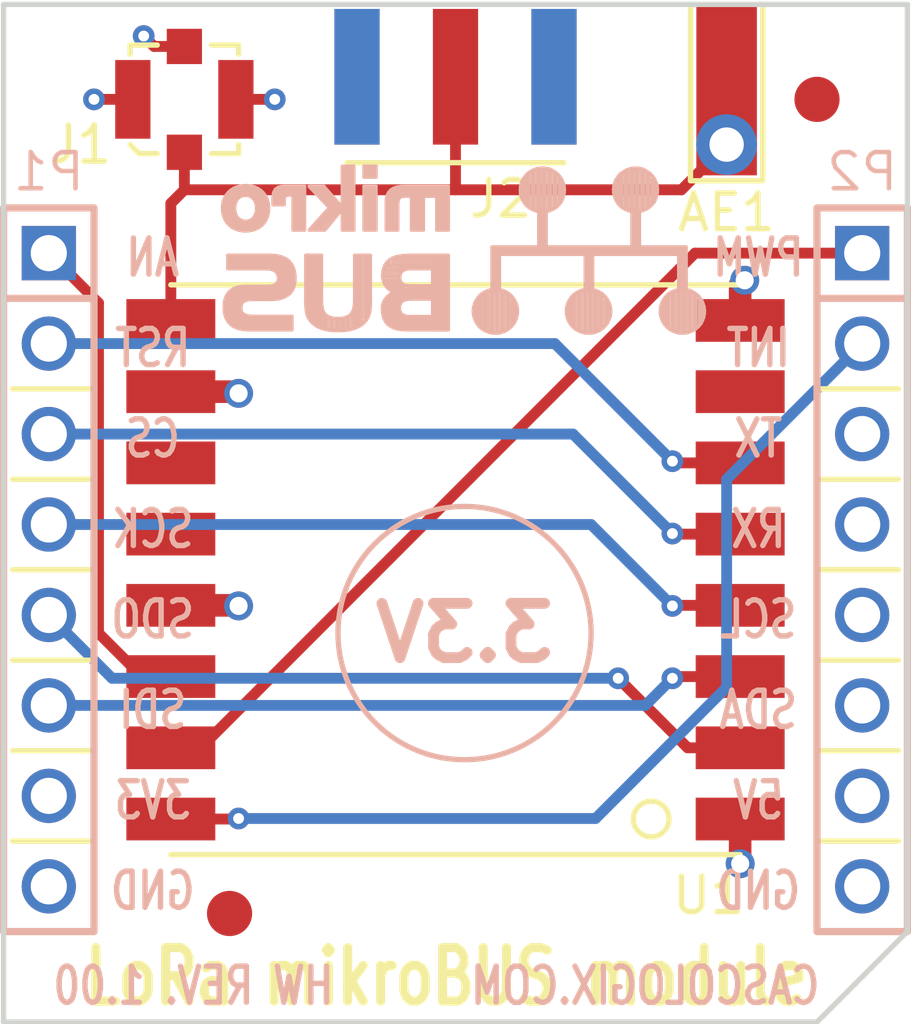
<source format=kicad_pcb>
(kicad_pcb (version 4) (host pcbnew 4.0.0-rc2-stable)

  (general
    (links 22)
    (no_connects 0)
    (area 109.88181 97.467 136.699601 127.838023)
    (thickness 1.6)
    (drawings 40)
    (tracks 65)
    (zones 0)
    (modules 9)
    (nets 20)
  )

  (page A4)
  (title_block
    (date "lun. 30 mars 2015")
  )

  (layers
    (0 F.Cu signal)
    (1 Gnd.Cu power)
    (2 Pwr.Cu power)
    (31 B.Cu signal)
    (32 B.Adhes user)
    (33 F.Adhes user)
    (34 B.Paste user)
    (35 F.Paste user)
    (36 B.SilkS user)
    (37 F.SilkS user)
    (38 B.Mask user)
    (39 F.Mask user)
    (40 Dwgs.User user)
    (41 Cmts.User user)
    (42 Eco1.User user)
    (43 Eco2.User user)
    (44 Edge.Cuts user)
    (45 Margin user)
    (46 B.CrtYd user)
    (47 F.CrtYd user)
    (48 B.Fab user)
    (49 F.Fab user)
  )

  (setup
    (last_trace_width 0.25)
    (user_trace_width 0.3429)
    (trace_clearance 0.2)
    (zone_clearance 0.508)
    (zone_45_only no)
    (trace_min 0.2)
    (segment_width 0.15)
    (edge_width 0.15)
    (via_size 0.6)
    (via_drill 0.4)
    (via_min_size 0.4)
    (via_min_drill 0.3)
    (uvia_size 0.3)
    (uvia_drill 0.1)
    (uvias_allowed no)
    (uvia_min_size 0.2)
    (uvia_min_drill 0.1)
    (pcb_text_width 0.3)
    (pcb_text_size 1.5 1.5)
    (mod_edge_width 0.15)
    (mod_text_size 1 1)
    (mod_text_width 0.15)
    (pad_size 1.27 1.27)
    (pad_drill 0)
    (pad_to_mask_clearance 0)
    (aux_axis_origin 110.998 126.365)
    (grid_origin 110.998 126.365)
    (visible_elements 7FFEFFFF)
    (pcbplotparams
      (layerselection 0x010fc_80000007)
      (usegerberextensions false)
      (excludeedgelayer true)
      (linewidth 0.100000)
      (plotframeref false)
      (viasonmask false)
      (mode 1)
      (useauxorigin true)
      (hpglpennumber 1)
      (hpglpenspeed 20)
      (hpglpendiameter 15)
      (hpglpenoverlay 2)
      (psnegative false)
      (psa4output false)
      (plotreference true)
      (plotvalue true)
      (plotinvisibletext false)
      (padsonsilk false)
      (subtractmaskfromsilk false)
      (outputformat 1)
      (mirror false)
      (drillshape 0)
      (scaleselection 1)
      (outputdirectory Z:/Engineering/Projects/LoRa_mikroBUS/Hardware/EDA/Gerbers/))
  )

  (net 0 "")
  (net 1 MOSI)
  (net 2 SCK)
  (net 3 CS)
  (net 4 RST)
  (net 5 AN)
  (net 6 +3.3V)
  (net 7 GND)
  (net 8 MISO)
  (net 9 SDA)
  (net 10 TX)
  (net 11 RX)
  (net 12 INT)
  (net 13 PWM)
  (net 14 +5V)
  (net 15 SCL)
  (net 16 "Net-(U1-Pad7)")
  (net 17 "Net-(U1-Pad11)")
  (net 18 "Net-(U1-Pad12)")
  (net 19 "Net-(AE1-Pad1)")

  (net_class Default "This is the default net class."
    (clearance 0.2)
    (trace_width 0.25)
    (via_dia 0.6)
    (via_drill 0.4)
    (uvia_dia 0.3)
    (uvia_drill 0.1)
    (add_net +3.3V)
    (add_net +5V)
    (add_net AN)
    (add_net CS)
    (add_net GND)
    (add_net INT)
    (add_net MISO)
    (add_net MOSI)
    (add_net "Net-(AE1-Pad1)")
    (add_net "Net-(U1-Pad11)")
    (add_net "Net-(U1-Pad12)")
    (add_net "Net-(U1-Pad7)")
    (add_net PWM)
    (add_net RST)
    (add_net RX)
    (add_net SCK)
    (add_net SCL)
    (add_net SDA)
    (add_net TX)
  )

  (module Header:HEADER_M_2.54MM_1R8P_ST_AU_PTH locked (layer B.Cu) (tedit 565FB823) (tstamp 561150BC)
    (at 135.128 113.665 270)
    (tags Header)
    (path /560DC5B3)
    (fp_text reference P2 (at -11.176 0 360) (layer B.SilkS)
      (effects (font (size 1.016 1.016) (thickness 0.127)) (justify mirror))
    )
    (fp_text value HEADER_M_2.54MM_1R8P_ST_AU_PTH (at 0 2.159 270) (layer B.SilkS) hide
      (effects (font (size 1.016 1.016) (thickness 0.127)) (justify mirror))
    )
    (fp_line (start 5.08 -1.27) (end 10.16 -1.27) (layer B.SilkS) (width 0.2032))
    (fp_line (start 5.08 1.27) (end 10.16 1.27) (layer B.SilkS) (width 0.2032))
    (fp_line (start 0 -1.27) (end 5.08 -1.27) (layer B.SilkS) (width 0.2032))
    (fp_line (start 0 1.27) (end 5.08 1.27) (layer B.SilkS) (width 0.2032))
    (fp_line (start -2.54 1.27) (end 0 1.27) (layer B.SilkS) (width 0.2032))
    (fp_line (start -2.54 -1.27) (end 0 -1.27) (layer B.SilkS) (width 0.2032))
    (fp_line (start -5.08 -1.27) (end -2.54 -1.27) (layer B.SilkS) (width 0.2032))
    (fp_line (start -5.08 1.27) (end -2.54 1.27) (layer B.SilkS) (width 0.2032))
    (fp_line (start 10.16 1.27) (end 10.16 -1.27) (layer B.SilkS) (width 0.2032))
    (fp_line (start -7.62 1.27) (end -5.08 1.27) (layer B.SilkS) (width 0.2032))
    (fp_line (start -7.62 -1.27) (end -5.08 -1.27) (layer B.SilkS) (width 0.2032))
    (fp_line (start -10.16 -1.27) (end -7.62 -1.27) (layer B.SilkS) (width 0.2032))
    (fp_line (start -10.16 1.27) (end -7.62 1.27) (layer B.SilkS) (width 0.2032))
    (fp_line (start -10.16 -1.27) (end -10.16 1.27) (layer B.SilkS) (width 0.2032))
    (fp_line (start -7.62 1.27) (end -7.62 -1.27) (layer B.SilkS) (width 0.2032))
    (pad 6 thru_hole circle (at 3.81 0 270) (size 1.524 1.524) (drill 1.016) (layers *.Cu *.Mask)
      (net 9 SDA))
    (pad 4 thru_hole circle (at -1.27 0 270) (size 1.524 1.524) (drill 1.016) (layers *.Cu *.Mask)
      (net 10 TX))
    (pad 3 thru_hole circle (at -3.81 0 270) (size 1.524 1.524) (drill 1.016) (layers *.Cu *.Mask)
      (net 11 RX))
    (pad 2 thru_hole circle (at -6.35 0 270) (size 1.524 1.524) (drill 1.016) (layers *.Cu *.Mask)
      (net 12 INT))
    (pad 1 thru_hole rect (at -8.89 0 270) (size 1.524 1.524) (drill 1.016) (layers *.Cu *.Mask)
      (net 13 PWM))
    (pad 7 thru_hole circle (at 6.35 0 270) (size 1.524 1.524) (drill 1.016) (layers *.Cu *.Mask)
      (net 14 +5V))
    (pad 8 thru_hole circle (at 8.89 0 270) (size 1.524 1.524) (drill 1.016) (layers *.Cu *.Mask)
      (net 7 GND))
    (pad 5 thru_hole circle (at 1.27 0 270) (size 1.524 1.524) (drill 1.016) (layers *.Cu *.Mask)
      (net 15 SCL))
    (model C:/Engineering/KiCAD_Libraries/3D/Headers/VRML/HEADER_M_2.54MM_1R8P_ST_AU_PTH.wrl
      (at (xyz 0 0 0))
      (scale (xyz 1 1 1))
      (rotate (xyz 0 0 0))
    )
  )

  (module Header:HEADER_M_2.54MM_1R8P_ST_AU_PTH locked (layer B.Cu) (tedit 565FB817) (tstamp 561150A0)
    (at 112.268 113.665 270)
    (tags Header)
    (path /560DC55D)
    (fp_text reference P1 (at -11.176 0 360) (layer B.SilkS)
      (effects (font (size 1.016 1.016) (thickness 0.127)) (justify mirror))
    )
    (fp_text value HEADER_M_2.54MM_1R8P_ST_AU_PTH (at 0 -2.54 270) (layer B.SilkS) hide
      (effects (font (size 1.016 1.016) (thickness 0.127)) (justify mirror))
    )
    (fp_line (start 5.08 -1.27) (end 10.16 -1.27) (layer B.SilkS) (width 0.2032))
    (fp_line (start 5.08 1.27) (end 10.16 1.27) (layer B.SilkS) (width 0.2032))
    (fp_line (start 0 -1.27) (end 5.08 -1.27) (layer B.SilkS) (width 0.2032))
    (fp_line (start 0 1.27) (end 5.08 1.27) (layer B.SilkS) (width 0.2032))
    (fp_line (start -2.54 1.27) (end 0 1.27) (layer B.SilkS) (width 0.2032))
    (fp_line (start -2.54 -1.27) (end 0 -1.27) (layer B.SilkS) (width 0.2032))
    (fp_line (start -5.08 -1.27) (end -2.54 -1.27) (layer B.SilkS) (width 0.2032))
    (fp_line (start -5.08 1.27) (end -2.54 1.27) (layer B.SilkS) (width 0.2032))
    (fp_line (start 10.16 1.27) (end 10.16 -1.27) (layer B.SilkS) (width 0.2032))
    (fp_line (start -7.62 1.27) (end -5.08 1.27) (layer B.SilkS) (width 0.2032))
    (fp_line (start -7.62 -1.27) (end -5.08 -1.27) (layer B.SilkS) (width 0.2032))
    (fp_line (start -10.16 -1.27) (end -7.62 -1.27) (layer B.SilkS) (width 0.2032))
    (fp_line (start -10.16 1.27) (end -7.62 1.27) (layer B.SilkS) (width 0.2032))
    (fp_line (start -10.16 -1.27) (end -10.16 1.27) (layer B.SilkS) (width 0.2032))
    (fp_line (start -7.62 1.27) (end -7.62 -1.27) (layer B.SilkS) (width 0.2032))
    (pad 6 thru_hole circle (at 3.81 0 270) (size 1.524 1.524) (drill 1.016) (layers *.Cu *.Mask)
      (net 1 MOSI))
    (pad 4 thru_hole circle (at -1.27 0 270) (size 1.524 1.524) (drill 1.016) (layers *.Cu *.Mask)
      (net 2 SCK))
    (pad 3 thru_hole circle (at -3.81 0 270) (size 1.524 1.524) (drill 1.016) (layers *.Cu *.Mask)
      (net 3 CS))
    (pad 2 thru_hole circle (at -6.35 0 270) (size 1.524 1.524) (drill 1.016) (layers *.Cu *.Mask)
      (net 4 RST))
    (pad 1 thru_hole rect (at -8.89 0 270) (size 1.524 1.524) (drill 1.016) (layers *.Cu *.Mask)
      (net 5 AN))
    (pad 7 thru_hole circle (at 6.35 0 270) (size 1.524 1.524) (drill 1.016) (layers *.Cu *.Mask)
      (net 6 +3.3V))
    (pad 8 thru_hole circle (at 8.89 0 270) (size 1.524 1.524) (drill 1.016) (layers *.Cu *.Mask)
      (net 7 GND))
    (pad 5 thru_hole circle (at 1.27 0 270) (size 1.524 1.524) (drill 1.016) (layers *.Cu *.Mask)
      (net 8 MISO))
    (model C:/Engineering/KiCAD_Libraries/3D/Headers/VRML/HEADER_M_2.54MM_1R8P_ST_AU_PTH.wrl
      (at (xyz 0 0 0))
      (scale (xyz 1 1 1))
      (rotate (xyz 0 0 0))
    )
  )

  (module Connector:U.FL-R-SMT (layer F.Cu) (tedit 565FC616) (tstamp 561150C0)
    (at 116.078 100.457)
    (path /561159A2)
    (fp_text reference J1 (at -2.921 1.27) (layer F.SilkS)
      (effects (font (size 1.016 1.016) (thickness 0.1524)))
    )
    (fp_text value u.FL (at 0 3.81) (layer F.SilkS) hide
      (effects (font (size 1.016 1.016) (thickness 0.1524)))
    )
    (fp_line (start 1.524 1.27) (end 1.524 1.524) (layer F.SilkS) (width 0.15))
    (fp_line (start -1.524 -1.524) (end -1.524 -1.27) (layer F.SilkS) (width 0.15))
    (fp_line (start 1.524 -1.524) (end 1.524 -1.27) (layer F.SilkS) (width 0.15))
    (fp_line (start -1.27 1.524) (end -0.762 1.524) (layer F.SilkS) (width 0.15))
    (fp_line (start -1.524 1.27) (end -1.27 1.524) (layer F.SilkS) (width 0.15))
    (fp_line (start -1.524 -1.524) (end -0.762 -1.524) (layer F.SilkS) (width 0.15))
    (fp_line (start 0.762 1.524) (end 1.524 1.524) (layer F.SilkS) (width 0.15))
    (fp_line (start 0.762 -1.524) (end 1.524 -1.524) (layer F.SilkS) (width 0.15))
    (pad 1 smd rect (at 0 1.4859) (size 0.9906 0.9906) (layers F.Cu F.Paste F.Mask)
      (net 19 "Net-(AE1-Pad1)"))
    (pad 4 smd rect (at 1.4478 0) (size 0.9906 2.2098) (layers F.Cu F.Paste F.Mask)
      (net 7 GND))
    (pad 2 smd rect (at -1.4478 0) (size 0.9906 2.2098) (layers F.Cu F.Paste F.Mask)
      (net 7 GND))
    (pad 3 smd rect (at 0 -1.4859) (size 0.9906 0.9906) (layers F.Cu F.Paste F.Mask)
      (net 7 GND))
    (model C:/Engineering/KiCAD_Libraries/3D/Connectors/RF/VRML/UFL-R-SMD.wrl
      (at (xyz 0 0 0))
      (scale (xyz 1 1 1))
      (rotate (xyz 0 0 0))
    )
  )

  (module RF_Modules:RFM95W (layer F.Cu) (tedit 565FC61D) (tstamp 561150F4)
    (at 123.698 113.665 180)
    (path /56115306)
    (fp_text reference U1 (at -7.112 -9.144 180) (layer F.SilkS)
      (effects (font (size 1 1) (thickness 0.15)))
    )
    (fp_text value RFM95W (at 0 -9 180) (layer F.SilkS) hide
      (effects (font (size 1 1) (thickness 0.15)))
    )
    (fp_circle (center -5.5 -7) (end -5.5 -6.5) (layer F.SilkS) (width 0.15))
    (fp_line (start -8 8) (end 8 8) (layer F.SilkS) (width 0.15))
    (fp_line (start -8 -8) (end 8 -8) (layer F.SilkS) (width 0.15))
    (pad 1 smd rect (at -8 -7 180) (size 2.5 1.2) (layers F.Cu F.Paste F.Mask)
      (net 7 GND))
    (pad 2 smd rect (at -8 -5 180) (size 2.5 1.2) (layers F.Cu F.Paste F.Mask)
      (net 8 MISO))
    (pad 3 smd rect (at -8 -3 180) (size 2.5 1.2) (layers F.Cu F.Paste F.Mask)
      (net 1 MOSI))
    (pad 4 smd rect (at -8 -1 180) (size 2.5 1.2) (layers F.Cu F.Paste F.Mask)
      (net 2 SCK))
    (pad 5 smd rect (at -8 1 180) (size 2.5 1.2) (layers F.Cu F.Paste F.Mask)
      (net 3 CS))
    (pad 6 smd rect (at -8 3 180) (size 2.5 1.2) (layers F.Cu F.Paste F.Mask)
      (net 4 RST))
    (pad 7 smd rect (at -8 5 180) (size 2.5 1.2) (layers F.Cu F.Paste F.Mask)
      (net 16 "Net-(U1-Pad7)"))
    (pad 8 smd rect (at -8 7 180) (size 2.5 1.2) (layers F.Cu F.Paste F.Mask)
      (net 7 GND))
    (pad 9 smd rect (at 8 7 180) (size 2.5 1.2) (layers F.Cu F.Paste F.Mask)
      (net 19 "Net-(AE1-Pad1)"))
    (pad 10 smd rect (at 8 5 180) (size 2.5 1.2) (layers F.Cu F.Paste F.Mask)
      (net 7 GND))
    (pad 11 smd rect (at 8 3 180) (size 2.5 1.2) (layers F.Cu F.Paste F.Mask)
      (net 17 "Net-(U1-Pad11)"))
    (pad 12 smd rect (at 8 1 180) (size 2.5 1.2) (layers F.Cu F.Paste F.Mask)
      (net 18 "Net-(U1-Pad12)"))
    (pad 13 smd rect (at 8 -1 180) (size 2.5 1.2) (layers F.Cu F.Paste F.Mask)
      (net 6 +3.3V))
    (pad 14 smd rect (at 8 -3 180) (size 2.5 1.2) (layers F.Cu F.Paste F.Mask)
      (net 5 AN))
    (pad 15 smd rect (at 8 -5 180) (size 2.5 1.2) (layers F.Cu F.Paste F.Mask)
      (net 13 PWM))
    (pad 16 smd rect (at 8 -7 180) (size 2.5 1.2) (layers F.Cu F.Paste F.Mask)
      (net 12 INT))
    (model C:/Engineering/KiCAD_Libraries/3D/Modules/VRML/RFM95W.wrl
      (at (xyz 0 0 0))
      (scale (xyz 1 1 1))
      (rotate (xyz 0 0 0))
    )
  )

  (module Connector:SMA_EDGE (layer F.Cu) (tedit 565FC60B) (tstamp 561324C0)
    (at 123.698 97.917 270)
    (path /561309D6)
    (fp_text reference J2 (at 5.334 -1.27 360) (layer F.SilkS)
      (effects (font (size 1 1) (thickness 0.15)))
    )
    (fp_text value SMA (at 1.27 12.065 360) (layer F.SilkS) hide
      (effects (font (size 1 1) (thickness 0.15)))
    )
    (fp_line (start 4.318 -3.048) (end 4.318 3.048) (layer F.SilkS) (width 0.15))
    (pad 2 smd rect (at 1.905 -2.7686 270) (size 3.81 1.27) (layers *.Cu F.Paste F.Mask)
      (net 7 GND))
    (pad 3 smd rect (at 1.905 2.7686 270) (size 3.81 1.27) (layers *.Cu F.Paste F.Mask)
      (net 7 GND))
    (pad 1 smd rect (at 1.905 0 270) (size 3.81 1.27) (layers F.Cu F.Paste F.Mask)
      (net 19 "Net-(AE1-Pad1)"))
    (model C:/Engineering/KiCAD_Libraries/3D/Connectors/RF/VRML/SMA_EDGE.wrl
      (at (xyz 0 0 0))
      (scale (xyz 1 1 1))
      (rotate (xyz 0 0 0))
    )
  )

  (module Logo:mikroBUS_Small (layer B.Cu) (tedit 562D70D6) (tstamp 561FE1F0)
    (at 123.698 104.775 180)
    (fp_text reference "" (at 0 -3.81 180) (layer B.SilkS) hide
      (effects (font (size 1 1) (thickness 0.15)) (justify mirror))
    )
    (fp_text value mikroBUS_Small (at 0 3.81 180) (layer B.Fab) hide
      (effects (font (size 1 1) (thickness 0.15)) (justify mirror))
    )
    (fp_line (start 4.6228 -2.0828) (end 6.0198 -2.0828) (layer B.SilkS) (width 0.15))
    (fp_line (start 4.6482 -2.0066) (end 6.2484 -2.0066) (layer B.SilkS) (width 0.15))
    (fp_line (start 4.6482 -1.8796) (end 6.3754 -1.8796) (layer B.SilkS) (width 0.15))
    (fp_line (start 5.9436 -1.7526) (end 6.4262 -1.7526) (layer B.SilkS) (width 0.15))
    (fp_line (start 6.0706 -1.6256) (end 6.4516 -1.6256) (layer B.SilkS) (width 0.15))
    (fp_line (start 6.0706 -1.4986) (end 6.4516 -1.4986) (layer B.SilkS) (width 0.15))
    (fp_line (start 6.0452 -1.3716) (end 6.4516 -1.3716) (layer B.SilkS) (width 0.15))
    (fp_line (start 5.0546 -1.2446) (end 6.4008 -1.2446) (layer B.SilkS) (width 0.15))
    (fp_line (start 6.35 -1.1684) (end 4.7752 -1.1684) (layer B.SilkS) (width 0.15))
    (fp_line (start 6.223 -1.0414) (end 4.6482 -1.0414) (layer B.SilkS) (width 0.15))
    (fp_line (start 4.5974 -0.9906) (end 5.1054 -0.9906) (layer B.SilkS) (width 0.15))
    (fp_line (start 5.0038 -0.8636) (end 4.572 -0.8636) (layer B.SilkS) (width 0.15))
    (fp_line (start 4.9276 -0.7366) (end 4.5466 -0.7366) (layer B.SilkS) (width 0.15))
    (fp_line (start 4.9276 -0.6096) (end 4.5466 -0.6096) (layer B.SilkS) (width 0.15))
    (fp_line (start 5.0292 -0.4826) (end 4.572 -0.4826) (layer B.SilkS) (width 0.15))
    (fp_line (start 6.35 -0.3556) (end 4.6228 -0.3556) (layer B.SilkS) (width 0.15))
    (fp_line (start 6.35 -0.3048) (end 4.6482 -0.3048) (layer B.SilkS) (width 0.15))
    (fp_line (start 6.35 -0.1778) (end 4.8006 -0.1778) (layer B.SilkS) (width 0.15))
    (fp_line (start 5.4356 1.6764) (end 5.4356 0.8636) (layer B.SilkS) (width 0.15))
    (fp_line (start 6.5024 1.4478) (end 6.5024 1.143) (layer B.SilkS) (width 0.15))
    (fp_line (start 6.4262 1.6002) (end 6.4262 0.9398) (layer B.SilkS) (width 0.15))
    (fp_line (start 5.6642 0.9398) (end 5.6642 0.7112) (layer B.SilkS) (width 0.15))
    (fp_line (start 5.7404 0.889) (end 5.7404 0.6858) (layer B.SilkS) (width 0.15))
    (fp_line (start 5.842 0.8636) (end 5.842 0.6604) (layer B.SilkS) (width 0.15))
    (fp_line (start 5.969 0.8636) (end 5.969 0.6604) (layer B.SilkS) (width 0.15))
    (fp_line (start 6.096 0.9144) (end 6.096 0.6858) (layer B.SilkS) (width 0.15))
    (fp_line (start 6.1976 1.0668) (end 6.1976 0.7366) (layer B.SilkS) (width 0.15))
    (fp_line (start 6.2992 1.7272) (end 6.2992 0.7874) (layer B.SilkS) (width 0.15))
    (fp_line (start 6.1976 1.8034) (end 6.1976 1.4986) (layer B.SilkS) (width 0.15))
    (fp_line (start 6.0706 1.8288) (end 6.0706 1.6256) (layer B.SilkS) (width 0.15))
    (fp_line (start 5.9436 1.8542) (end 5.9436 1.6764) (layer B.SilkS) (width 0.15))
    (fp_line (start 5.8166 1.8542) (end 5.8166 1.6764) (layer B.SilkS) (width 0.15))
    (fp_line (start 5.6896 1.8288) (end 5.6896 1.5748) (layer B.SilkS) (width 0.15))
    (fp_line (start 5.5626 1.778) (end 5.5626 0.7366) (layer B.SilkS) (width 0.15))
    (fp_line (start 5.334 1.524) (end 5.334 1.016) (layer B.SilkS) (width 0.15))
    (fp_line (start 4.1402 -0.0762) (end 4.1402 -1.7272) (layer B.SilkS) (width 0.15))
    (fp_line (start 4.0132 -0.1016) (end 4.0132 -1.905) (layer B.SilkS) (width 0.15))
    (fp_line (start 3.81 -1.4732) (end 3.81 -1.651) (layer B.SilkS) (width 0.15))
    (fp_line (start 3.8862 -0.1016) (end 3.8862 -2.032) (layer B.SilkS) (width 0.15))
    (fp_line (start 3.7592 -1.6764) (end 3.7592 -2.0828) (layer B.SilkS) (width 0.15))
    (fp_line (start 3.6322 -1.8034) (end 3.6322 -2.1082) (layer B.SilkS) (width 0.15))
    (fp_line (start 3.4798 -1.8542) (end 3.4798 -2.1336) (layer B.SilkS) (width 0.15))
    (fp_line (start 3.3274 -1.8796) (end 3.3274 -2.1336) (layer B.SilkS) (width 0.15))
    (fp_line (start 3.175 -1.8542) (end 3.175 -2.1336) (layer B.SilkS) (width 0.15))
    (fp_line (start 3.0226 -1.8034) (end 3.0226 -2.1336) (layer B.SilkS) (width 0.15))
    (fp_line (start 2.8702 -1.651) (end 2.8702 -2.0828) (layer B.SilkS) (width 0.15))
    (fp_line (start 2.7686 -0.1016) (end 2.7432 -2.032) (layer B.SilkS) (width 0.15))
    (fp_line (start 2.667 -0.1016) (end 2.667 -1.9812) (layer B.SilkS) (width 0.15))
    (fp_line (start 2.5146 -0.1016) (end 2.5146 -1.8288) (layer B.SilkS) (width 0.15))
    (fp_line (start 0.635 -2.032) (end 1.778 -2.032) (layer B.SilkS) (width 0.15))
    (fp_line (start 0.635 -1.905) (end 1.9304 -1.905) (layer B.SilkS) (width 0.15))
    (fp_line (start 1.4224 -1.8034) (end 1.9812 -1.8034) (layer B.SilkS) (width 0.15))
    (fp_line (start 1.5748 -1.6764) (end 2.0066 -1.6764) (layer B.SilkS) (width 0.15))
    (fp_line (start 1.6256 -1.5494) (end 2.0066 -1.5494) (layer B.SilkS) (width 0.15))
    (fp_line (start 1.6002 -1.4224) (end 2.0066 -1.4224) (layer B.SilkS) (width 0.15))
    (fp_line (start 1.4478 -1.2954) (end 1.9304 -1.2954) (layer B.SilkS) (width 0.15))
    (fp_line (start 0.6096 -1.1684) (end 1.778 -1.1684) (layer B.SilkS) (width 0.15))
    (fp_line (start 0.635 -1.0414) (end 1.778 -1.0414) (layer B.SilkS) (width 0.15))
    (fp_line (start 1.4732 -0.9144) (end 1.905 -0.9144) (layer B.SilkS) (width 0.15))
    (fp_line (start 1.6002 -0.7874) (end 1.9812 -0.7874) (layer B.SilkS) (width 0.15))
    (fp_line (start 1.6256 -0.635) (end 2.0066 -0.635) (layer B.SilkS) (width 0.15))
    (fp_line (start 1.4478 -0.4064) (end 1.5494 -0.4064) (layer B.SilkS) (width 0.15))
    (fp_line (start 1.5494 -0.4826) (end 2.0066 -0.4826) (layer B.SilkS) (width 0.15))
    (fp_line (start 0.635 -0.3302) (end 1.9304 -0.3302) (layer B.SilkS) (width 0.15))
    (fp_line (start 0.635 -0.1778) (end 1.778 -0.1778) (layer B.SilkS) (width 0.15))
    (fp_line (start 1.651 1.6256) (end 1.651 1.524) (layer B.SilkS) (width 0.15))
    (fp_line (start 1.8542 1.6256) (end 1.8542 0.6858) (layer B.SilkS) (width 0.15))
    (fp_line (start 1.7272 1.6256) (end 1.7272 0.6858) (layer B.SilkS) (width 0.15))
    (fp_line (start 0.381 1.6764) (end 1.8542 1.6764) (layer B.SilkS) (width 0.15))
    (fp_line (start 0.4826 1.778) (end 1.7526 1.778) (layer B.SilkS) (width 0.15))
    (fp_line (start 3.429 1.2954) (end 3.9624 0.7112) (layer B.SilkS) (width 0.15))
    (fp_line (start 3.3528 1.2192) (end 3.81 0.6858) (layer B.SilkS) (width 0.15))
    (fp_line (start 3.937 1.8288) (end 3.3274 1.1938) (layer B.SilkS) (width 0.15))
    (fp_line (start 3.2766 1.2446) (end 3.81 1.8288) (layer B.SilkS) (width 0.15))
    (fp_line (start 2.2606 2.2352) (end 2.5146 2.2352) (layer B.SilkS) (width 0.15))
    (fp_line (start 2.2606 2.3368) (end 2.5146 2.3368) (layer B.SilkS) (width 0.15))
    (fp_line (start 3.0734 0.7112) (end 3.0734 2.3622) (layer B.SilkS) (width 0.15))
    (fp_line (start 2.9464 2.3876) (end 2.9464 0.7112) (layer B.SilkS) (width 0.15))
    (fp_line (start 4.8514 1.4732) (end 5.08 1.4732) (layer B.SilkS) (width 0.15))
    (fp_line (start 4.8514 1.6002) (end 5.0546 1.6002) (layer B.SilkS) (width 0.15))
    (fp_line (start 4.445 1.7018) (end 5.0546 1.7018) (layer B.SilkS) (width 0.15))
    (fp_line (start 4.4958 1.8034) (end 4.9784 1.8034) (layer B.SilkS) (width 0.15))
    (fp_line (start 4.445 0.6858) (end 4.445 1.8288) (layer B.SilkS) (width 0.15))
    (fp_line (start 4.318 0.6858) (end 4.318 1.8288) (layer B.SilkS) (width 0.15))
    (fp_line (start 2.4638 0.6858) (end 2.4638 1.8288) (layer B.SilkS) (width 0.15))
    (fp_line (start 2.3368 0.6858) (end 2.3368 1.8288) (layer B.SilkS) (width 0.15))
    (fp_line (start 1.1176 0.6858) (end 1.1176 1.8288) (layer B.SilkS) (width 0.15))
    (fp_line (start 0.9906 0.6858) (end 0.9906 1.8288) (layer B.SilkS) (width 0.15))
    (fp_line (start 0.3048 1.8288) (end 0.3048 0.6858) (layer B.SilkS) (width 0.15))
    (fp_line (start 0.4318 0.6858) (end 0.4318 1.8288) (layer B.SilkS) (width 0.15))
    (fp_line (start -6.577609 -2.206834) (end -6.483358 -2.238309) (layer B.SilkS) (width 0.1))
    (fp_line (start -6.668273 -2.169409) (end -6.577609 -2.206834) (layer B.SilkS) (width 0.1))
    (fp_line (start -6.751765 -2.120088) (end -6.668273 -2.169409) (layer B.SilkS) (width 0.1))
    (fp_line (start -6.825003 -2.055138) (end -6.751765 -2.120088) (layer B.SilkS) (width 0.1))
    (fp_line (start -6.886374 -1.977238) (end -6.825003 -2.055138) (layer B.SilkS) (width 0.1))
    (fp_line (start -6.93453 -1.89022) (end -6.886374 -1.977238) (layer B.SilkS) (width 0.1))
    (fp_line (start -6.968334 -1.797322) (end -6.93453 -1.89022) (layer B.SilkS) (width 0.1))
    (fp_line (start -6.98705 -1.700666) (end -6.968334 -1.797322) (layer B.SilkS) (width 0.1))
    (fp_line (start -6.989992 -1.602253) (end -6.98705 -1.700666) (layer B.SilkS) (width 0.1))
    (fp_line (start -6.976966 -1.504318) (end -6.989992 -1.602253) (layer B.SilkS) (width 0.1))
    (fp_line (start -6.948567 -1.409484) (end -6.976966 -1.504318) (layer B.SilkS) (width 0.1))
    (fp_line (start -6.905466 -1.320404) (end -6.948567 -1.409484) (layer B.SilkS) (width 0.1))
    (fp_line (start -6.84854 -1.239578) (end -6.905466 -1.320404) (layer B.SilkS) (width 0.1))
    (fp_line (start -6.779429 -1.168923) (end -6.84854 -1.239578) (layer B.SilkS) (width 0.1))
    (fp_line (start -6.699951 -1.110225) (end -6.779429 -1.168923) (layer B.SilkS) (width 0.1))
    (fp_line (start -6.611991 -1.065162) (end -6.699951 -1.110225) (layer B.SilkS) (width 0.1))
    (fp_line (start -6.517879 -1.034713) (end -6.611991 -1.065162) (layer B.SilkS) (width 0.1))
    (fp_line (start -6.420131 -1.01958) (end -6.517879 -1.034713) (layer B.SilkS) (width 0.1))
    (fp_line (start -6.321257 -1.02042) (end -6.420131 -1.01958) (layer B.SilkS) (width 0.1))
    (fp_line (start -6.22377 -1.037179) (end -6.321257 -1.02042) (layer B.SilkS) (width 0.1))
    (fp_line (start -6.130178 -1.069173) (end -6.22377 -1.037179) (layer B.SilkS) (width 0.1))
    (fp_line (start -6.042989 -1.115699) (end -6.130178 -1.069173) (layer B.SilkS) (width 0.1))
    (fp_line (start -5.964485 -1.175699) (end -6.042989 -1.115699) (layer B.SilkS) (width 0.1))
    (fp_line (start -5.896529 -1.247466) (end -5.964485 -1.175699) (layer B.SilkS) (width 0.1))
    (fp_line (start -5.840938 -1.329221) (end -5.896529 -1.247466) (layer B.SilkS) (width 0.1))
    (fp_line (start -5.799294 -1.419004) (end -5.840938 -1.329221) (layer B.SilkS) (width 0.1))
    (fp_line (start -5.772428 -1.514276) (end -5.799294 -1.419004) (layer B.SilkS) (width 0.1))
    (fp_line (start -5.761021 -1.612382) (end -5.772428 -1.514276) (layer B.SilkS) (width 0.1))
    (fp_line (start -5.765643 -1.71072) (end -5.761021 -1.612382) (layer B.SilkS) (width 0.1))
    (fp_line (start -5.786001 -1.807089) (end -5.765643 -1.71072) (layer B.SilkS) (width 0.1))
    (fp_line (start -5.821399 -1.89947) (end -5.786001 -1.807089) (layer B.SilkS) (width 0.1))
    (fp_line (start -5.871079 -1.985691) (end -5.821399 -1.89947) (layer B.SilkS) (width 0.1))
    (fp_line (start -5.933823 -2.062462) (end -5.871079 -1.985691) (layer B.SilkS) (width 0.1))
    (fp_line (start -6.008216 -2.126001) (end -5.933823 -2.062462) (layer B.SilkS) (width 0.1))
    (fp_line (start -6.092571 -2.173815) (end -6.008216 -2.126001) (layer B.SilkS) (width 0.1))
    (fp_line (start -6.183846 -2.209816) (end -6.092571 -2.173815) (layer B.SilkS) (width 0.1))
    (fp_line (start -6.278581 -2.239913) (end -6.183846 -2.209816) (layer B.SilkS) (width 0.1))
    (fp_line (start -5.842 -1.3716) (end -5.842 -1.8542) (layer B.SilkS) (width 0.15))
    (fp_line (start -5.969 -1.1938) (end -5.969 -2.0574) (layer B.SilkS) (width 0.15))
    (fp_line (start -6.1214 -1.1176) (end -6.1214 -2.159) (layer B.SilkS) (width 0.15))
    (fp_line (start -6.2738 -1.0668) (end -6.2738 -2.2098) (layer B.SilkS) (width 0.15))
    (fp_line (start -6.5786 -1.0668) (end -6.5786 -2.1844) (layer B.SilkS) (width 0.15))
    (fp_line (start -6.731 -1.1684) (end -6.731 -2.1082) (layer B.SilkS) (width 0.15))
    (fp_line (start -6.8834 -1.3208) (end -6.8834 -1.9558) (layer B.SilkS) (width 0.15))
    (fp_line (start -6.282611 -2.239913) (end -6.187872 -2.209839) (layer B.SilkS) (width 0.1))
    (fp_line (start -6.187872 -2.209839) (end -6.096601 -2.173849) (layer B.SilkS) (width 0.1))
    (fp_line (start -6.096601 -2.173849) (end -6.012269 -2.12603) (layer B.SilkS) (width 0.1))
    (fp_line (start -6.012269 -2.12603) (end -5.93792 -2.06246) (layer B.SilkS) (width 0.1))
    (fp_line (start -5.93792 -2.06246) (end -5.875241 -1.985647) (layer B.SilkS) (width 0.1))
    (fp_line (start -5.875241 -1.985647) (end -5.82564 -1.899391) (layer B.SilkS) (width 0.1))
    (fp_line (start -5.82564 -1.899391) (end -5.790325 -1.806995) (layer B.SilkS) (width 0.1))
    (fp_line (start -5.790325 -1.806995) (end -5.770038 -1.710626) (layer B.SilkS) (width 0.1))
    (fp_line (start -5.770038 -1.710626) (end -5.765457 -1.612295) (layer B.SilkS) (width 0.1))
    (fp_line (start -5.765457 -1.612295) (end -5.776866 -1.514199) (layer B.SilkS) (width 0.1))
    (fp_line (start -5.776866 -1.514199) (end -5.803709 -1.418936) (layer B.SilkS) (width 0.1))
    (fp_line (start -5.803709 -1.418936) (end -5.84532 -1.329156) (layer B.SilkS) (width 0.1))
    (fp_line (start -5.84532 -1.329156) (end -5.900882 -1.247395) (layer B.SilkS) (width 0.1))
    (fp_line (start -5.900882 -1.247395) (end -5.968816 -1.17562) (layer B.SilkS) (width 0.1))
    (fp_line (start -5.968816 -1.17562) (end -6.047305 -1.115617) (layer B.SilkS) (width 0.1))
    (fp_line (start -6.047305 -1.115617) (end -6.134487 -1.069104) (layer B.SilkS) (width 0.1))
    (fp_line (start -6.134487 -1.069104) (end -6.228075 -1.037132) (layer B.SilkS) (width 0.1))
    (fp_line (start -6.228075 -1.037132) (end -6.325557 -1.020403) (layer B.SilkS) (width 0.1))
    (fp_line (start -6.325557 -1.020403) (end -6.424421 -1.019594) (layer B.SilkS) (width 0.1))
    (fp_line (start -6.424421 -1.019594) (end -6.522154 -1.034754) (layer B.SilkS) (width 0.1))
    (fp_line (start -6.522154 -1.034754) (end -6.616247 -1.06522) (layer B.SilkS) (width 0.1))
    (fp_line (start -6.616247 -1.06522) (end -6.704192 -1.110291) (layer B.SilkS) (width 0.1))
    (fp_line (start -6.704192 -1.110291) (end -6.783659 -1.168984) (layer B.SilkS) (width 0.1))
    (fp_line (start -6.783659 -1.168984) (end -6.852766 -1.239625) (layer B.SilkS) (width 0.1))
    (fp_line (start -6.852766 -1.239625) (end -6.909697 -1.320434) (layer B.SilkS) (width 0.1))
    (fp_line (start -6.909697 -1.320434) (end -6.952812 -1.409499) (layer B.SilkS) (width 0.1))
    (fp_line (start -6.952812 -1.409499) (end -6.981224 -1.50432) (layer B.SilkS) (width 0.1))
    (fp_line (start -6.981224 -1.50432) (end -6.994254 -1.602242) (layer B.SilkS) (width 0.1))
    (fp_line (start -6.994254 -1.602242) (end -6.991295 -1.700642) (layer B.SilkS) (width 0.1))
    (fp_line (start -6.991295 -1.700642) (end -6.972549 -1.797281) (layer B.SilkS) (width 0.1))
    (fp_line (start -6.972549 -1.797281) (end -6.938714 -1.890159) (layer B.SilkS) (width 0.1))
    (fp_line (start -6.938714 -1.890159) (end -6.89054 -1.977153) (layer B.SilkS) (width 0.1))
    (fp_line (start -6.89054 -1.977153) (end -6.829165 -2.055034) (layer B.SilkS) (width 0.1))
    (fp_line (start -6.829165 -2.055034) (end -6.755938 -2.119986) (layer B.SilkS) (width 0.1))
    (fp_line (start -6.755938 -2.119986) (end -6.67247 -2.169331) (layer B.SilkS) (width 0.1))
    (fp_line (start -6.67247 -2.169331) (end -6.581836 -2.206792) (layer B.SilkS) (width 0.1))
    (fp_line (start -6.581836 -2.206792) (end -6.487617 -2.238309) (layer B.SilkS) (width 0.1))
    (fp_line (start -6.4262 -1.0414) (end -6.4262 -2.159) (layer B.SilkS) (width 0.15))
    (fp_line (start -3.7846 -1.0414) (end -3.7846 -2.159) (layer B.SilkS) (width 0.15))
    (fp_line (start -3.940236 -2.206792) (end -3.846017 -2.238309) (layer B.SilkS) (width 0.1))
    (fp_line (start -4.03087 -2.169331) (end -3.940236 -2.206792) (layer B.SilkS) (width 0.1))
    (fp_line (start -4.114338 -2.119986) (end -4.03087 -2.169331) (layer B.SilkS) (width 0.1))
    (fp_line (start -4.187565 -2.055034) (end -4.114338 -2.119986) (layer B.SilkS) (width 0.1))
    (fp_line (start -4.24894 -1.977153) (end -4.187565 -2.055034) (layer B.SilkS) (width 0.1))
    (fp_line (start -4.297114 -1.890159) (end -4.24894 -1.977153) (layer B.SilkS) (width 0.1))
    (fp_line (start -4.330949 -1.797281) (end -4.297114 -1.890159) (layer B.SilkS) (width 0.1))
    (fp_line (start -4.349695 -1.700642) (end -4.330949 -1.797281) (layer B.SilkS) (width 0.1))
    (fp_line (start -4.352654 -1.602242) (end -4.349695 -1.700642) (layer B.SilkS) (width 0.1))
    (fp_line (start -4.339624 -1.50432) (end -4.352654 -1.602242) (layer B.SilkS) (width 0.1))
    (fp_line (start -4.311212 -1.409499) (end -4.339624 -1.50432) (layer B.SilkS) (width 0.1))
    (fp_line (start -4.268097 -1.320434) (end -4.311212 -1.409499) (layer B.SilkS) (width 0.1))
    (fp_line (start -4.211166 -1.239625) (end -4.268097 -1.320434) (layer B.SilkS) (width 0.1))
    (fp_line (start -4.142059 -1.168984) (end -4.211166 -1.239625) (layer B.SilkS) (width 0.1))
    (fp_line (start -4.062592 -1.110291) (end -4.142059 -1.168984) (layer B.SilkS) (width 0.1))
    (fp_line (start -3.974647 -1.06522) (end -4.062592 -1.110291) (layer B.SilkS) (width 0.1))
    (fp_line (start -3.880554 -1.034754) (end -3.974647 -1.06522) (layer B.SilkS) (width 0.1))
    (fp_line (start -3.782821 -1.019594) (end -3.880554 -1.034754) (layer B.SilkS) (width 0.1))
    (fp_line (start -3.683957 -1.020403) (end -3.782821 -1.019594) (layer B.SilkS) (width 0.1))
    (fp_line (start -3.586475 -1.037132) (end -3.683957 -1.020403) (layer B.SilkS) (width 0.1))
    (fp_line (start -3.492887 -1.069104) (end -3.586475 -1.037132) (layer B.SilkS) (width 0.1))
    (fp_line (start -3.405705 -1.115617) (end -3.492887 -1.069104) (layer B.SilkS) (width 0.1))
    (fp_line (start -3.327216 -1.17562) (end -3.405705 -1.115617) (layer B.SilkS) (width 0.1))
    (fp_line (start -3.259282 -1.247395) (end -3.327216 -1.17562) (layer B.SilkS) (width 0.1))
    (fp_line (start -3.20372 -1.329156) (end -3.259282 -1.247395) (layer B.SilkS) (width 0.1))
    (fp_line (start -3.162109 -1.418936) (end -3.20372 -1.329156) (layer B.SilkS) (width 0.1))
    (fp_line (start -3.135266 -1.514199) (end -3.162109 -1.418936) (layer B.SilkS) (width 0.1))
    (fp_line (start -3.123857 -1.612295) (end -3.135266 -1.514199) (layer B.SilkS) (width 0.1))
    (fp_line (start -3.128438 -1.710626) (end -3.123857 -1.612295) (layer B.SilkS) (width 0.1))
    (fp_line (start -3.148725 -1.806995) (end -3.128438 -1.710626) (layer B.SilkS) (width 0.1))
    (fp_line (start -3.18404 -1.899391) (end -3.148725 -1.806995) (layer B.SilkS) (width 0.1))
    (fp_line (start -3.233641 -1.985647) (end -3.18404 -1.899391) (layer B.SilkS) (width 0.1))
    (fp_line (start -3.29632 -2.06246) (end -3.233641 -1.985647) (layer B.SilkS) (width 0.1))
    (fp_line (start -3.370669 -2.12603) (end -3.29632 -2.06246) (layer B.SilkS) (width 0.1))
    (fp_line (start -3.455001 -2.173849) (end -3.370669 -2.12603) (layer B.SilkS) (width 0.1))
    (fp_line (start -3.546272 -2.209839) (end -3.455001 -2.173849) (layer B.SilkS) (width 0.1))
    (fp_line (start -3.641011 -2.239913) (end -3.546272 -2.209839) (layer B.SilkS) (width 0.1))
    (fp_line (start -4.2418 -1.3208) (end -4.2418 -1.9558) (layer B.SilkS) (width 0.15))
    (fp_line (start -4.0894 -1.1684) (end -4.0894 -2.1082) (layer B.SilkS) (width 0.15))
    (fp_line (start -3.937 -1.0668) (end -3.937 -2.1844) (layer B.SilkS) (width 0.15))
    (fp_line (start -3.6322 -1.0668) (end -3.6322 -2.2098) (layer B.SilkS) (width 0.15))
    (fp_line (start -3.4798 -1.1176) (end -3.4798 -2.159) (layer B.SilkS) (width 0.15))
    (fp_line (start -3.3274 -1.1938) (end -3.3274 -2.0574) (layer B.SilkS) (width 0.15))
    (fp_line (start -3.2004 -1.3716) (end -3.2004 -1.8542) (layer B.SilkS) (width 0.15))
    (fp_line (start -3.636981 -2.239913) (end -3.542246 -2.209816) (layer B.SilkS) (width 0.1))
    (fp_line (start -3.542246 -2.209816) (end -3.450971 -2.173815) (layer B.SilkS) (width 0.1))
    (fp_line (start -3.450971 -2.173815) (end -3.366616 -2.126001) (layer B.SilkS) (width 0.1))
    (fp_line (start -3.366616 -2.126001) (end -3.292223 -2.062462) (layer B.SilkS) (width 0.1))
    (fp_line (start -3.292223 -2.062462) (end -3.229479 -1.985691) (layer B.SilkS) (width 0.1))
    (fp_line (start -3.229479 -1.985691) (end -3.179799 -1.89947) (layer B.SilkS) (width 0.1))
    (fp_line (start -3.179799 -1.89947) (end -3.144401 -1.807089) (layer B.SilkS) (width 0.1))
    (fp_line (start -3.144401 -1.807089) (end -3.124043 -1.71072) (layer B.SilkS) (width 0.1))
    (fp_line (start -3.124043 -1.71072) (end -3.119421 -1.612382) (layer B.SilkS) (width 0.1))
    (fp_line (start -3.119421 -1.612382) (end -3.130828 -1.514276) (layer B.SilkS) (width 0.1))
    (fp_line (start -3.130828 -1.514276) (end -3.157694 -1.419004) (layer B.SilkS) (width 0.1))
    (fp_line (start -3.157694 -1.419004) (end -3.199338 -1.329221) (layer B.SilkS) (width 0.1))
    (fp_line (start -3.199338 -1.329221) (end -3.254929 -1.247466) (layer B.SilkS) (width 0.1))
    (fp_line (start -3.254929 -1.247466) (end -3.322885 -1.175699) (layer B.SilkS) (width 0.1))
    (fp_line (start -3.322885 -1.175699) (end -3.401389 -1.115699) (layer B.SilkS) (width 0.1))
    (fp_line (start -3.401389 -1.115699) (end -3.488578 -1.069173) (layer B.SilkS) (width 0.1))
    (fp_line (start -3.488578 -1.069173) (end -3.58217 -1.037179) (layer B.SilkS) (width 0.1))
    (fp_line (start -3.58217 -1.037179) (end -3.679657 -1.02042) (layer B.SilkS) (width 0.1))
    (fp_line (start -3.679657 -1.02042) (end -3.778531 -1.01958) (layer B.SilkS) (width 0.1))
    (fp_line (start -3.778531 -1.01958) (end -3.876279 -1.034713) (layer B.SilkS) (width 0.1))
    (fp_line (start -3.876279 -1.034713) (end -3.970391 -1.065162) (layer B.SilkS) (width 0.1))
    (fp_line (start -3.970391 -1.065162) (end -4.058351 -1.110225) (layer B.SilkS) (width 0.1))
    (fp_line (start -4.058351 -1.110225) (end -4.137829 -1.168923) (layer B.SilkS) (width 0.1))
    (fp_line (start -4.137829 -1.168923) (end -4.20694 -1.239578) (layer B.SilkS) (width 0.1))
    (fp_line (start -4.20694 -1.239578) (end -4.263866 -1.320404) (layer B.SilkS) (width 0.1))
    (fp_line (start -4.263866 -1.320404) (end -4.306967 -1.409484) (layer B.SilkS) (width 0.1))
    (fp_line (start -4.306967 -1.409484) (end -4.335366 -1.504318) (layer B.SilkS) (width 0.1))
    (fp_line (start -4.335366 -1.504318) (end -4.348392 -1.602253) (layer B.SilkS) (width 0.1))
    (fp_line (start -4.348392 -1.602253) (end -4.34545 -1.700666) (layer B.SilkS) (width 0.1))
    (fp_line (start -4.34545 -1.700666) (end -4.326734 -1.797322) (layer B.SilkS) (width 0.1))
    (fp_line (start -4.326734 -1.797322) (end -4.29293 -1.89022) (layer B.SilkS) (width 0.1))
    (fp_line (start -4.29293 -1.89022) (end -4.244774 -1.977238) (layer B.SilkS) (width 0.1))
    (fp_line (start -4.244774 -1.977238) (end -4.183403 -2.055138) (layer B.SilkS) (width 0.1))
    (fp_line (start -4.183403 -2.055138) (end -4.110165 -2.120088) (layer B.SilkS) (width 0.1))
    (fp_line (start -4.110165 -2.120088) (end -4.026673 -2.169409) (layer B.SilkS) (width 0.1))
    (fp_line (start -4.026673 -2.169409) (end -3.936009 -2.206834) (layer B.SilkS) (width 0.1))
    (fp_line (start -3.936009 -2.206834) (end -3.841758 -2.238309) (layer B.SilkS) (width 0.1))
    (fp_line (start -1.319809 -2.206834) (end -1.225558 -2.238309) (layer B.SilkS) (width 0.1))
    (fp_line (start -1.410473 -2.169409) (end -1.319809 -2.206834) (layer B.SilkS) (width 0.1))
    (fp_line (start -1.493965 -2.120088) (end -1.410473 -2.169409) (layer B.SilkS) (width 0.1))
    (fp_line (start -1.567203 -2.055138) (end -1.493965 -2.120088) (layer B.SilkS) (width 0.1))
    (fp_line (start -1.628574 -1.977238) (end -1.567203 -2.055138) (layer B.SilkS) (width 0.1))
    (fp_line (start -1.67673 -1.89022) (end -1.628574 -1.977238) (layer B.SilkS) (width 0.1))
    (fp_line (start -1.710534 -1.797322) (end -1.67673 -1.89022) (layer B.SilkS) (width 0.1))
    (fp_line (start -1.72925 -1.700666) (end -1.710534 -1.797322) (layer B.SilkS) (width 0.1))
    (fp_line (start -1.732192 -1.602253) (end -1.72925 -1.700666) (layer B.SilkS) (width 0.1))
    (fp_line (start -1.719166 -1.504318) (end -1.732192 -1.602253) (layer B.SilkS) (width 0.1))
    (fp_line (start -1.690767 -1.409484) (end -1.719166 -1.504318) (layer B.SilkS) (width 0.1))
    (fp_line (start -1.647666 -1.320404) (end -1.690767 -1.409484) (layer B.SilkS) (width 0.1))
    (fp_line (start -1.59074 -1.239578) (end -1.647666 -1.320404) (layer B.SilkS) (width 0.1))
    (fp_line (start -1.521629 -1.168923) (end -1.59074 -1.239578) (layer B.SilkS) (width 0.1))
    (fp_line (start -1.442151 -1.110225) (end -1.521629 -1.168923) (layer B.SilkS) (width 0.1))
    (fp_line (start -1.354191 -1.065162) (end -1.442151 -1.110225) (layer B.SilkS) (width 0.1))
    (fp_line (start -1.260079 -1.034713) (end -1.354191 -1.065162) (layer B.SilkS) (width 0.1))
    (fp_line (start -1.162331 -1.01958) (end -1.260079 -1.034713) (layer B.SilkS) (width 0.1))
    (fp_line (start -1.063457 -1.02042) (end -1.162331 -1.01958) (layer B.SilkS) (width 0.1))
    (fp_line (start -0.96597 -1.037179) (end -1.063457 -1.02042) (layer B.SilkS) (width 0.1))
    (fp_line (start -0.872378 -1.069173) (end -0.96597 -1.037179) (layer B.SilkS) (width 0.1))
    (fp_line (start -0.785189 -1.115699) (end -0.872378 -1.069173) (layer B.SilkS) (width 0.1))
    (fp_line (start -0.706685 -1.175699) (end -0.785189 -1.115699) (layer B.SilkS) (width 0.1))
    (fp_line (start -0.638729 -1.247466) (end -0.706685 -1.175699) (layer B.SilkS) (width 0.1))
    (fp_line (start -0.583138 -1.329221) (end -0.638729 -1.247466) (layer B.SilkS) (width 0.1))
    (fp_line (start -0.541494 -1.419004) (end -0.583138 -1.329221) (layer B.SilkS) (width 0.1))
    (fp_line (start -0.514628 -1.514276) (end -0.541494 -1.419004) (layer B.SilkS) (width 0.1))
    (fp_line (start -0.503221 -1.612382) (end -0.514628 -1.514276) (layer B.SilkS) (width 0.1))
    (fp_line (start -0.507843 -1.71072) (end -0.503221 -1.612382) (layer B.SilkS) (width 0.1))
    (fp_line (start -0.528201 -1.807089) (end -0.507843 -1.71072) (layer B.SilkS) (width 0.1))
    (fp_line (start -0.563599 -1.89947) (end -0.528201 -1.807089) (layer B.SilkS) (width 0.1))
    (fp_line (start -0.613279 -1.985691) (end -0.563599 -1.89947) (layer B.SilkS) (width 0.1))
    (fp_line (start -0.676023 -2.062462) (end -0.613279 -1.985691) (layer B.SilkS) (width 0.1))
    (fp_line (start -0.750416 -2.126001) (end -0.676023 -2.062462) (layer B.SilkS) (width 0.1))
    (fp_line (start -0.834771 -2.173815) (end -0.750416 -2.126001) (layer B.SilkS) (width 0.1))
    (fp_line (start -0.926046 -2.209816) (end -0.834771 -2.173815) (layer B.SilkS) (width 0.1))
    (fp_line (start -1.020781 -2.239913) (end -0.926046 -2.209816) (layer B.SilkS) (width 0.1))
    (fp_line (start -0.5842 -1.3716) (end -0.5842 -1.8542) (layer B.SilkS) (width 0.15))
    (fp_line (start -0.7112 -1.1938) (end -0.7112 -2.0574) (layer B.SilkS) (width 0.15))
    (fp_line (start -0.8636 -1.1176) (end -0.8636 -2.159) (layer B.SilkS) (width 0.15))
    (fp_line (start -1.016 -1.0668) (end -1.016 -2.2098) (layer B.SilkS) (width 0.15))
    (fp_line (start -1.3208 -1.0668) (end -1.3208 -2.1844) (layer B.SilkS) (width 0.15))
    (fp_line (start -1.4732 -1.1684) (end -1.4732 -2.1082) (layer B.SilkS) (width 0.15))
    (fp_line (start -1.6256 -1.3208) (end -1.6256 -1.9558) (layer B.SilkS) (width 0.15))
    (fp_line (start -1.024811 -2.239913) (end -0.930072 -2.209839) (layer B.SilkS) (width 0.1))
    (fp_line (start -0.930072 -2.209839) (end -0.838801 -2.173849) (layer B.SilkS) (width 0.1))
    (fp_line (start -0.838801 -2.173849) (end -0.754469 -2.12603) (layer B.SilkS) (width 0.1))
    (fp_line (start -0.754469 -2.12603) (end -0.68012 -2.06246) (layer B.SilkS) (width 0.1))
    (fp_line (start -0.68012 -2.06246) (end -0.617441 -1.985647) (layer B.SilkS) (width 0.1))
    (fp_line (start -0.617441 -1.985647) (end -0.56784 -1.899391) (layer B.SilkS) (width 0.1))
    (fp_line (start -0.56784 -1.899391) (end -0.532525 -1.806995) (layer B.SilkS) (width 0.1))
    (fp_line (start -0.532525 -1.806995) (end -0.512238 -1.710626) (layer B.SilkS) (width 0.1))
    (fp_line (start -0.512238 -1.710626) (end -0.507657 -1.612295) (layer B.SilkS) (width 0.1))
    (fp_line (start -0.507657 -1.612295) (end -0.519066 -1.514199) (layer B.SilkS) (width 0.1))
    (fp_line (start -0.519066 -1.514199) (end -0.545909 -1.418936) (layer B.SilkS) (width 0.1))
    (fp_line (start -0.545909 -1.418936) (end -0.58752 -1.329156) (layer B.SilkS) (width 0.1))
    (fp_line (start -0.58752 -1.329156) (end -0.643082 -1.247395) (layer B.SilkS) (width 0.1))
    (fp_line (start -0.643082 -1.247395) (end -0.711016 -1.17562) (layer B.SilkS) (width 0.1))
    (fp_line (start -0.711016 -1.17562) (end -0.789505 -1.115617) (layer B.SilkS) (width 0.1))
    (fp_line (start -0.789505 -1.115617) (end -0.876687 -1.069104) (layer B.SilkS) (width 0.1))
    (fp_line (start -0.876687 -1.069104) (end -0.970275 -1.037132) (layer B.SilkS) (width 0.1))
    (fp_line (start -0.970275 -1.037132) (end -1.067757 -1.020403) (layer B.SilkS) (width 0.1))
    (fp_line (start -1.067757 -1.020403) (end -1.166621 -1.019594) (layer B.SilkS) (width 0.1))
    (fp_line (start -1.166621 -1.019594) (end -1.264354 -1.034754) (layer B.SilkS) (width 0.1))
    (fp_line (start -1.264354 -1.034754) (end -1.358447 -1.06522) (layer B.SilkS) (width 0.1))
    (fp_line (start -1.358447 -1.06522) (end -1.446392 -1.110291) (layer B.SilkS) (width 0.1))
    (fp_line (start -1.446392 -1.110291) (end -1.525859 -1.168984) (layer B.SilkS) (width 0.1))
    (fp_line (start -1.525859 -1.168984) (end -1.594966 -1.239625) (layer B.SilkS) (width 0.1))
    (fp_line (start -1.594966 -1.239625) (end -1.651897 -1.320434) (layer B.SilkS) (width 0.1))
    (fp_line (start -1.651897 -1.320434) (end -1.695012 -1.409499) (layer B.SilkS) (width 0.1))
    (fp_line (start -1.695012 -1.409499) (end -1.723424 -1.50432) (layer B.SilkS) (width 0.1))
    (fp_line (start -1.723424 -1.50432) (end -1.736454 -1.602242) (layer B.SilkS) (width 0.1))
    (fp_line (start -1.736454 -1.602242) (end -1.733495 -1.700642) (layer B.SilkS) (width 0.1))
    (fp_line (start -1.733495 -1.700642) (end -1.714749 -1.797281) (layer B.SilkS) (width 0.1))
    (fp_line (start -1.714749 -1.797281) (end -1.680914 -1.890159) (layer B.SilkS) (width 0.1))
    (fp_line (start -1.680914 -1.890159) (end -1.63274 -1.977153) (layer B.SilkS) (width 0.1))
    (fp_line (start -1.63274 -1.977153) (end -1.571365 -2.055034) (layer B.SilkS) (width 0.1))
    (fp_line (start -1.571365 -2.055034) (end -1.498138 -2.119986) (layer B.SilkS) (width 0.1))
    (fp_line (start -1.498138 -2.119986) (end -1.41467 -2.169331) (layer B.SilkS) (width 0.1))
    (fp_line (start -1.41467 -2.169331) (end -1.324036 -2.206792) (layer B.SilkS) (width 0.1))
    (fp_line (start -1.324036 -2.206792) (end -1.229817 -2.238309) (layer B.SilkS) (width 0.1))
    (fp_line (start -1.1684 -1.0414) (end -1.1684 -2.159) (layer B.SilkS) (width 0.15))
    (fp_line (start 0.5588 -0.1016) (end 0.5588 -2.1336) (layer B.SilkS) (width 0.15))
    (fp_line (start 0.4318 -0.1016) (end 0.4318 -2.1336) (layer B.SilkS) (width 0.15))
    (fp_line (start 0.3048 -0.1016) (end 0.3048 -2.1336) (layer B.SilkS) (width 0.15))
    (fp_line (start -2.4892 2.3622) (end -2.4892 1.2446) (layer B.SilkS) (width 0.15))
    (fp_line (start -2.644836 1.196808) (end -2.550617 1.165291) (layer B.SilkS) (width 0.1))
    (fp_line (start -2.73547 1.234269) (end -2.644836 1.196808) (layer B.SilkS) (width 0.1))
    (fp_line (start -2.818938 1.283614) (end -2.73547 1.234269) (layer B.SilkS) (width 0.1))
    (fp_line (start -2.892165 1.348566) (end -2.818938 1.283614) (layer B.SilkS) (width 0.1))
    (fp_line (start -2.95354 1.426447) (end -2.892165 1.348566) (layer B.SilkS) (width 0.1))
    (fp_line (start -3.001714 1.513441) (end -2.95354 1.426447) (layer B.SilkS) (width 0.1))
    (fp_line (start -3.035549 1.606319) (end -3.001714 1.513441) (layer B.SilkS) (width 0.1))
    (fp_line (start -3.054295 1.702958) (end -3.035549 1.606319) (layer B.SilkS) (width 0.1))
    (fp_line (start -3.057254 1.801358) (end -3.054295 1.702958) (layer B.SilkS) (width 0.1))
    (fp_line (start -3.044224 1.89928) (end -3.057254 1.801358) (layer B.SilkS) (width 0.1))
    (fp_line (start -3.015812 1.994101) (end -3.044224 1.89928) (layer B.SilkS) (width 0.1))
    (fp_line (start -2.972697 2.083166) (end -3.015812 1.994101) (layer B.SilkS) (width 0.1))
    (fp_line (start -2.915766 2.163975) (end -2.972697 2.083166) (layer B.SilkS) (width 0.1))
    (fp_line (start -2.846659 2.234616) (end -2.915766 2.163975) (layer B.SilkS) (width 0.1))
    (fp_line (start -2.767192 2.293309) (end -2.846659 2.234616) (layer B.SilkS) (width 0.1))
    (fp_line (start -2.679247 2.33838) (end -2.767192 2.293309) (layer B.SilkS) (width 0.1))
    (fp_line (start -2.585154 2.368846) (end -2.679247 2.33838) (layer B.SilkS) (width 0.1))
    (fp_line (start -2.487421 2.384006) (end -2.585154 2.368846) (layer B.SilkS) (width 0.1))
    (fp_line (start -2.388557 2.383197) (end -2.487421 2.384006) (layer B.SilkS) (width 0.1))
    (fp_line (start -2.291075 2.366468) (end -2.388557 2.383197) (layer B.SilkS) (width 0.1))
    (fp_line (start -2.197487 2.334496) (end -2.291075 2.366468) (layer B.SilkS) (width 0.1))
    (fp_line (start -2.110305 2.287983) (end -2.197487 2.334496) (layer B.SilkS) (width 0.1))
    (fp_line (start -2.031816 2.22798) (end -2.110305 2.287983) (layer B.SilkS) (width 0.1))
    (fp_line (start -1.963882 2.156205) (end -2.031816 2.22798) (layer B.SilkS) (width 0.1))
    (fp_line (start -1.90832 2.074444) (end -1.963882 2.156205) (layer B.SilkS) (width 0.1))
    (fp_line (start -1.866709 1.984664) (end -1.90832 2.074444) (layer B.SilkS) (width 0.1))
    (fp_line (start -1.839866 1.889401) (end -1.866709 1.984664) (layer B.SilkS) (width 0.1))
    (fp_line (start -1.828457 1.791305) (end -1.839866 1.889401) (layer B.SilkS) (width 0.1))
    (fp_line (start -1.833038 1.692974) (end -1.828457 1.791305) (layer B.SilkS) (width 0.1))
    (fp_line (start -1.853325 1.596605) (end -1.833038 1.692974) (layer B.SilkS) (width 0.1))
    (fp_line (start -1.88864 1.504209) (end -1.853325 1.596605) (layer B.SilkS) (width 0.1))
    (fp_line (start -1.938241 1.417953) (end -1.88864 1.504209) (layer B.SilkS) (width 0.1))
    (fp_line (start -2.00092 1.34114) (end -1.938241 1.417953) (layer B.SilkS) (width 0.1))
    (fp_line (start -2.075269 1.27757) (end -2.00092 1.34114) (layer B.SilkS) (width 0.1))
    (fp_line (start -2.159601 1.229751) (end -2.075269 1.27757) (layer B.SilkS) (width 0.1))
    (fp_line (start -2.250872 1.193761) (end -2.159601 1.229751) (layer B.SilkS) (width 0.1))
    (fp_line (start -2.345611 1.163687) (end -2.250872 1.193761) (layer B.SilkS) (width 0.1))
    (fp_line (start -2.9464 2.0828) (end -2.9464 1.4478) (layer B.SilkS) (width 0.15))
    (fp_line (start -2.794 2.2352) (end -2.794 1.2954) (layer B.SilkS) (width 0.15))
    (fp_line (start -2.6416 2.3368) (end -2.6416 1.2192) (layer B.SilkS) (width 0.15))
    (fp_line (start -2.3368 2.3368) (end -2.3368 1.1938) (layer B.SilkS) (width 0.15))
    (fp_line (start -2.1844 2.286) (end -2.1844 1.2446) (layer B.SilkS) (width 0.15))
    (fp_line (start -2.032 2.2098) (end -2.032 1.3462) (layer B.SilkS) (width 0.15))
    (fp_line (start -1.905 2.032) (end -1.905 1.5494) (layer B.SilkS) (width 0.15))
    (fp_line (start -1.1176 0.0508) (end -1.1176 -1.0668) (layer B.SilkS) (width 0.15))
    (fp_line (start -2.4384 1.1938) (end -2.4384 0.1524) (layer B.SilkS) (width 0.15))
    (fp_line (start -3.7592 0.0508) (end -3.7592 -1.0414) (layer B.SilkS) (width 0.15))
    (fp_line (start -6.3754 0.0508) (end -6.3754 -1.0414) (layer B.SilkS) (width 0.15))
    (fp_line (start -6.4516 0.0762) (end -1.0922 0.0762) (layer B.SilkS) (width 0.15))
    (fp_line (start -4.5212 2.032) (end -4.5212 1.5494) (layer B.SilkS) (width 0.15))
    (fp_line (start -4.6482 2.2098) (end -4.6482 1.3462) (layer B.SilkS) (width 0.15))
    (fp_line (start -4.8006 2.286) (end -4.8006 1.2446) (layer B.SilkS) (width 0.15))
    (fp_line (start -5.0292 1.1938) (end -5.0546 0) (layer B.SilkS) (width 0.15))
    (fp_line (start -4.953 2.3368) (end -4.953 1.1938) (layer B.SilkS) (width 0.15))
    (fp_line (start -5.1054 2.3622) (end -5.1054 0) (layer B.SilkS) (width 0.15))
    (fp_line (start -5.2578 2.3368) (end -5.2578 1.2192) (layer B.SilkS) (width 0.15))
    (fp_line (start -5.4102 2.2352) (end -5.4102 1.2954) (layer B.SilkS) (width 0.15))
    (fp_line (start -5.5626 2.0828) (end -5.5626 1.4478) (layer B.SilkS) (width 0.15))
    (fp_line (start -6.275021 -1.022759) (end -6.275021 -0.031925) (layer B.SilkS) (width 0.1))
    (fp_line (start -6.275021 -0.031925) (end -3.853611 -0.031925) (layer B.SilkS) (width 0.1))
    (fp_line (start -3.853611 -0.031925) (end -3.853611 -1.024363) (layer B.SilkS) (width 0.1))
    (fp_line (start 1.282313 -0.919311) (end 1.377393 -0.911899) (layer B.SilkS) (width 0.1))
    (fp_line (start 1.377393 -0.911899) (end 1.468327 -0.883253) (layer B.SilkS) (width 0.1))
    (fp_line (start 1.468327 -0.883253) (end 1.538968 -0.820352) (layer B.SilkS) (width 0.1))
    (fp_line (start 1.538968 -0.820352) (end 1.568061 -0.729952) (layer B.SilkS) (width 0.1))
    (fp_line (start 1.568061 -0.729952) (end 1.567838 -0.633628) (layer B.SilkS) (width 0.1))
    (fp_line (start 1.567838 -0.633628) (end 1.537622 -0.543117) (layer B.SilkS) (width 0.1))
    (fp_line (start 1.537622 -0.543117) (end 1.468072 -0.476888) (layer B.SilkS) (width 0.1))
    (fp_line (start 1.468072 -0.476888) (end 1.378394 -0.44527) (layer B.SilkS) (width 0.1))
    (fp_line (start 1.378394 -0.44527) (end 1.282313 -0.436839) (layer B.SilkS) (width 0.1))
    (fp_line (start 1.288614 -1.782296) (end 1.384502 -1.774225) (layer B.SilkS) (width 0.1))
    (fp_line (start 1.384502 -1.774225) (end 1.475567 -1.743331) (layer B.SilkS) (width 0.1))
    (fp_line (start 1.475567 -1.743331) (end 1.545372 -1.678124) (layer B.SilkS) (width 0.1))
    (fp_line (start 1.545372 -1.678124) (end 1.57436 -1.586764) (layer B.SilkS) (width 0.1))
    (fp_line (start 1.57436 -1.586764) (end 1.574229 -1.489562) (layer B.SilkS) (width 0.1))
    (fp_line (start 1.574229 -1.489562) (end 1.544533 -1.39792) (layer B.SilkS) (width 0.1))
    (fp_line (start 1.544533 -1.39792) (end 1.475593 -1.32976) (layer B.SilkS) (width 0.1))
    (fp_line (start 1.475593 -1.32976) (end 1.385631 -1.296772) (layer B.SilkS) (width 0.1))
    (fp_line (start 1.385631 -1.296772) (end 1.288614 -1.287909) (layer B.SilkS) (width 0.1))
    (fp_line (start 4.786149 1.871213) (end 4.883606 1.865962) (layer B.SilkS) (width 0.1))
    (fp_line (start 4.883606 1.865962) (end 4.978598 1.843935) (layer B.SilkS) (width 0.1))
    (fp_line (start 4.978598 1.843935) (end 5.060065 1.791156) (layer B.SilkS) (width 0.1))
    (fp_line (start 5.060065 1.791156) (end 5.10649 1.70627) (layer B.SilkS) (width 0.1))
    (fp_line (start 5.10649 1.70627) (end 5.122675 1.610089) (layer B.SilkS) (width 0.1))
    (fp_line (start 5.122675 1.610089) (end 5.12668 1.512581) (layer B.SilkS) (width 0.1))
    (fp_line (start 5.12668 1.431759) (end 5.126336 1.360101) (layer B.SilkS) (width 0.1))
    (fp_line (start 5.698509 -1.776167) (end 5.791074 -1.771576) (layer B.SilkS) (width 0.1))
    (fp_line (start 5.791074 -1.771576) (end 5.882142 -1.754572) (layer B.SilkS) (width 0.1))
    (fp_line (start 5.882142 -1.754572) (end 5.966512 -1.716517) (layer B.SilkS) (width 0.1))
    (fp_line (start 5.966512 -1.716517) (end 6.022162 -1.643631) (layer B.SilkS) (width 0.1))
    (fp_line (start 6.022162 -1.643631) (end 6.036922 -1.552251) (layer B.SilkS) (width 0.1))
    (fp_line (start 6.036922 -1.552251) (end 6.026386 -1.460211) (layer B.SilkS) (width 0.1))
    (fp_line (start 6.026386 -1.460211) (end 5.98859 -1.37628) (layer B.SilkS) (width 0.1))
    (fp_line (start 5.98859 -1.37628) (end 5.91063 -1.327703) (layer B.SilkS) (width 0.1))
    (fp_line (start 5.91063 -1.327703) (end 5.820165 -1.30745) (layer B.SilkS) (width 0.1))
    (fp_line (start 5.820165 -1.30745) (end 5.727836 -1.299652) (layer B.SilkS) (width 0.1))
    (fp_line (start 1.438631 1.871213) (end 1.5362 1.866027) (layer B.SilkS) (width 0.1))
    (fp_line (start 1.5362 1.866027) (end 1.632922 1.852191) (layer B.SilkS) (width 0.1))
    (fp_line (start 1.632922 1.852191) (end 1.726447 1.824241) (layer B.SilkS) (width 0.1))
    (fp_line (start 1.726447 1.824241) (end 1.811091 1.775773) (layer B.SilkS) (width 0.1))
    (fp_line (start 1.811091 1.775773) (end 1.876932 1.704002) (layer B.SilkS) (width 0.1))
    (fp_line (start 1.876932 1.704002) (end 1.919032 1.61601) (layer B.SilkS) (width 0.1))
    (fp_line (start 1.919032 1.61601) (end 1.939816 1.520603) (layer B.SilkS) (width 0.1))
    (fp_line (start 1.939816 1.520603) (end 1.945218 1.423052) (layer B.SilkS) (width 0.1))
    (fp_line (start 1.276013 -0.061596) (end 1.375455 -0.065003) (layer B.SilkS) (width 0.1))
    (fp_line (start 1.375455 -0.065003) (end 1.474651 -0.072639) (layer B.SilkS) (width 0.1))
    (fp_line (start 1.474651 -0.072639) (end 1.573307 -0.085552) (layer B.SilkS) (width 0.1))
    (fp_line (start 1.573307 -0.085552) (end 1.670649 -0.106325) (layer B.SilkS) (width 0.1))
    (fp_line (start 1.670649 -0.106325) (end 1.763841 -0.140937) (layer B.SilkS) (width 0.1))
    (fp_line (start 1.763841 -0.140937) (end 1.850174 -0.190519) (layer B.SilkS) (width 0.1))
    (fp_line (start 1.850174 -0.190519) (end 1.924136 -0.256981) (layer B.SilkS) (width 0.1))
    (fp_line (start 1.924136 -0.256981) (end 1.97926 -0.339765) (layer B.SilkS) (width 0.1))
    (fp_line (start 1.97926 -0.339765) (end 2.015656 -0.432422) (layer B.SilkS) (width 0.1))
    (fp_line (start 2.015656 -0.432422) (end 2.036614 -0.529664) (layer B.SilkS) (width 0.1))
    (fp_line (start 2.036614 -0.529664) (end 2.045264 -0.628715) (layer B.SilkS) (width 0.1))
    (fp_line (start 2.045264 -0.628715) (end 2.036717 -0.728171) (layer B.SilkS) (width 0.1))
    (fp_line (start 2.036717 -0.728171) (end 2.008472 -0.824104) (layer B.SilkS) (width 0.1))
    (fp_line (start 2.008472 -0.824104) (end 1.960364 -0.911905) (layer B.SilkS) (width 0.1))
    (fp_line (start 1.960364 -0.911905) (end 1.89559 -0.987647) (layer B.SilkS) (width 0.1))
    (fp_line (start 1.89559 -0.987647) (end 1.818649 -1.050404) (layer B.SilkS) (width 0.1))
    (fp_line (start 1.818649 -1.050404) (end 1.735515 -1.106159) (layer B.SilkS) (width 0.1))
    (fp_line (start -2.546358 1.165291) (end -2.546358 0.172681) (layer B.SilkS) (width 0.1))
    (fp_line (start -2.546358 0.172681) (end -4.961811 0.172681) (layer B.SilkS) (width 0.1))
    (fp_line (start -4.961811 0.172681) (end -4.961811 1.163687) (layer B.SilkS) (width 0.1))
    (fp_line (start 5.766844 -2.151066) (end 4.59741 -2.151066) (layer B.SilkS) (width 0.1))
    (fp_line (start 4.59741 -2.151066) (end 4.59741 -1.776167) (layer B.SilkS) (width 0.1))
    (fp_line (start 4.59741 -1.776167) (end 5.698509 -1.776167) (layer B.SilkS) (width 0.1))
    (fp_line (start 5.12668 1.512581) (end 5.12668 1.431759) (layer B.SilkS) (width 0.1))
    (fp_line (start 4.630575 1.636077) (end 4.564646 1.636077) (layer B.SilkS) (width 0.1))
    (fp_line (start 4.564646 1.636077) (end 4.564646 0.649424) (layer B.SilkS) (width 0.1))
    (fp_line (start 4.564646 0.649424) (end 4.24296 0.649424) (layer B.SilkS) (width 0.1))
    (fp_line (start 4.24296 0.649424) (end 4.24296 1.871213) (layer B.SilkS) (width 0.1))
    (fp_line (start 1.350362 -2.151066) (end 0.203897 -2.151066) (layer B.SilkS) (width 0.1))
    (fp_line (start 0.203897 -2.151066) (end 0.203897 -0.061596) (layer B.SilkS) (width 0.1))
    (fp_line (start 0.203897 -0.061596) (end 1.276013 -0.061596) (layer B.SilkS) (width 0.1))
    (fp_line (start 5.790272 0.907587) (end 5.886892 0.88961) (layer B.SilkS) (width 0.1))
    (fp_line (start 5.886892 0.88961) (end 5.984442 0.902355) (layer B.SilkS) (width 0.1))
    (fp_line (start 5.984442 0.902355) (end 6.072997 0.945291) (layer B.SilkS) (width 0.1))
    (fp_line (start 6.072997 0.945291) (end 6.143546 1.013829) (layer B.SilkS) (width 0.1))
    (fp_line (start 6.143546 1.013829) (end 6.188395 1.101445) (layer B.SilkS) (width 0.1))
    (fp_line (start 6.188395 1.101445) (end 6.206838 1.198268) (layer B.SilkS) (width 0.1))
    (fp_line (start 6.206838 1.198268) (end 6.208608 1.296822) (layer B.SilkS) (width 0.1))
    (fp_line (start 6.208608 1.296822) (end 6.192291 1.394028) (layer B.SilkS) (width 0.1))
    (fp_line (start 6.192291 1.394028) (end 6.155766 1.485548) (layer B.SilkS) (width 0.1))
    (fp_line (start 6.155766 1.485548) (end 6.09376 1.561875) (layer B.SilkS) (width 0.1))
    (fp_line (start 6.09376 1.561875) (end 6.007652 1.609395) (layer B.SilkS) (width 0.1))
    (fp_line (start 6.007652 1.609395) (end 5.91112 1.62775) (layer B.SilkS) (width 0.1))
    (fp_line (start 5.91112 1.62775) (end 5.813456 1.615629) (layer B.SilkS) (width 0.1))
    (fp_line (start 5.813456 1.615629) (end 5.724598 1.573367) (layer B.SilkS) (width 0.1))
    (fp_line (start 5.724598 1.573367) (end 5.653585 1.505245) (layer B.SilkS) (width 0.1))
    (fp_line (start 5.653585 1.505245) (end 5.610918 1.416654) (layer B.SilkS) (width 0.1))
    (fp_line (start 5.610918 1.416654) (end 5.59028 1.320339) (layer B.SilkS) (width 0.1))
    (fp_line (start 5.59028 1.320339) (end 5.588502 1.221768) (layer B.SilkS) (width 0.1))
    (fp_line (start 5.588502 1.221768) (end 5.605155 1.124638) (layer B.SilkS) (width 0.1))
    (fp_line (start 5.605155 1.124638) (end 5.642889 1.033634) (layer B.SilkS) (width 0.1))
    (fp_line (start 5.642889 1.033634) (end 5.7056 0.957649) (layer B.SilkS) (width 0.1))
    (fp_line (start 5.7056 0.957649) (end 5.790272 0.907587) (layer B.SilkS) (width 0.1))
    (fp_line (start -1.232752 -1.024363) (end -1.326974 -1.055897) (layer B.SilkS) (width 0.1))
    (fp_line (start -1.326974 -1.055897) (end -1.417614 -1.093367) (layer B.SilkS) (width 0.1))
    (fp_line (start -1.417614 -1.093367) (end -1.501096 -1.142708) (layer B.SilkS) (width 0.1))
    (fp_line (start -1.501096 -1.142708) (end -1.574343 -1.207645) (layer B.SilkS) (width 0.1))
    (fp_line (start -1.574343 -1.207645) (end -1.635743 -1.285513) (layer B.SilkS) (width 0.1))
    (fp_line (start -1.635743 -1.285513) (end -1.683951 -1.372499) (layer B.SilkS) (width 0.1))
    (fp_line (start -1.683951 -1.372499) (end -1.717826 -1.465372) (layer B.SilkS) (width 0.1))
    (fp_line (start -1.717826 -1.465372) (end -1.73662 -1.562013) (layer B.SilkS) (width 0.1))
    (fp_line (start -1.73662 -1.562013) (end -1.739637 -1.660421) (layer B.SilkS) (width 0.1))
    (fp_line (start -1.739637 -1.660421) (end -1.726668 -1.758361) (layer B.SilkS) (width 0.1))
    (fp_line (start -1.726668 -1.758361) (end -1.698304 -1.853203) (layer B.SilkS) (width 0.1))
    (fp_line (start -1.698304 -1.853203) (end -1.655213 -1.942282) (layer B.SilkS) (width 0.1))
    (fp_line (start -1.655213 -1.942282) (end -1.598273 -2.023092) (layer B.SilkS) (width 0.1))
    (fp_line (start -1.598273 -2.023092) (end -1.529134 -2.093716) (layer B.SilkS) (width 0.1))
    (fp_line (start -1.529134 -2.093716) (end -1.449627 -2.152375) (layer B.SilkS) (width 0.1))
    (fp_line (start -1.449627 -2.152375) (end -1.361649 -2.197394) (layer B.SilkS) (width 0.1))
    (fp_line (start -1.361649 -2.197394) (end -1.267531 -2.227805) (layer B.SilkS) (width 0.1))
    (fp_line (start -1.267531 -2.227805) (end -1.169781 -2.242919) (layer B.SilkS) (width 0.1))
    (fp_line (start -1.169781 -2.242919) (end -1.070907 -2.242089) (layer B.SilkS) (width 0.1))
    (fp_line (start -1.070907 -2.242089) (end -0.973416 -2.225365) (layer B.SilkS) (width 0.1))
    (fp_line (start -0.973416 -2.225365) (end -0.879818 -2.193414) (layer B.SilkS) (width 0.1))
    (fp_line (start -0.879818 -2.193414) (end -0.792616 -2.146925) (layer B.SilkS) (width 0.1))
    (fp_line (start -0.792616 -2.146925) (end -0.714098 -2.086944) (layer B.SilkS) (width 0.1))
    (fp_line (start -0.714098 -2.086944) (end -0.646138 -2.015181) (layer B.SilkS) (width 0.1))
    (fp_line (start -0.646138 -2.015181) (end -0.590565 -1.933421) (layer B.SilkS) (width 0.1))
    (fp_line (start -0.590565 -1.933421) (end -0.548967 -1.843628) (layer B.SilkS) (width 0.1))
    (fp_line (start -0.548967 -1.843628) (end -0.52216 -1.748347) (layer B.SilkS) (width 0.1))
    (fp_line (start -0.52216 -1.748347) (end -0.510807 -1.650236) (layer B.SilkS) (width 0.1))
    (fp_line (start -0.510807 -1.650236) (end -0.515459 -1.5519) (layer B.SilkS) (width 0.1))
    (fp_line (start -0.515459 -1.5519) (end -0.53582 -1.455536) (layer B.SilkS) (width 0.1))
    (fp_line (start -0.53582 -1.455536) (end -0.571207 -1.363153) (layer B.SilkS) (width 0.1))
    (fp_line (start -0.571207 -1.363153) (end -0.62087 -1.276921) (layer B.SilkS) (width 0.1))
    (fp_line (start -0.62087 -1.276921) (end -0.683599 -1.200142) (layer B.SilkS) (width 0.1))
    (fp_line (start -0.683599 -1.200142) (end -0.757985 -1.136612) (layer B.SilkS) (width 0.1))
    (fp_line (start -0.757985 -1.136612) (end -0.842344 -1.08882) (layer B.SilkS) (width 0.1))
    (fp_line (start -0.842344 -1.08882) (end -0.933628 -1.052837) (layer B.SilkS) (width 0.1))
    (fp_line (start -0.933628 -1.052837) (end -1.028376 -1.022759) (layer B.SilkS) (width 0.1))
    (fp_line (start 0.640717 -0.436839) (end 0.640717 -0.919311) (layer B.SilkS) (width 0.1))
    (fp_line (start 0.640717 -0.919311) (end 1.282313 -0.919311) (layer B.SilkS) (width 0.1))
    (fp_line (start 6.365538 0.794401) (end 6.287594 0.732805) (layer B.SilkS) (width 0.1))
    (fp_line (start 6.287594 0.732805) (end 6.199849 0.686059) (layer B.SilkS) (width 0.1))
    (fp_line (start 6.199849 0.686059) (end 6.106148 0.652976) (layer B.SilkS) (width 0.1))
    (fp_line (start 6.106148 0.652976) (end 6.008858 0.632605) (layer B.SilkS) (width 0.1))
    (fp_line (start 6.008858 0.632605) (end 5.909767 0.624927) (layer B.SilkS) (width 0.1))
    (fp_line (start 5.909767 0.624927) (end 5.810494 0.629829) (layer B.SilkS) (width 0.1))
    (fp_line (start 5.810494 0.629829) (end 5.712667 0.647418) (layer B.SilkS) (width 0.1))
    (fp_line (start 5.712667 0.647418) (end 5.617997 0.677662) (layer B.SilkS) (width 0.1))
    (fp_line (start 5.617997 0.677662) (end 5.528935 0.721754) (layer B.SilkS) (width 0.1))
    (fp_line (start 5.528935 0.721754) (end 5.448584 0.780219) (layer B.SilkS) (width 0.1))
    (fp_line (start 5.448584 0.780219) (end 5.381562 0.853537) (layer B.SilkS) (width 0.1))
    (fp_line (start 5.381562 0.853537) (end 5.328733 0.937697) (layer B.SilkS) (width 0.1))
    (fp_line (start 5.328733 0.937697) (end 5.290005 1.029245) (layer B.SilkS) (width 0.1))
    (fp_line (start 5.290005 1.029245) (end 5.264192 1.125214) (layer B.SilkS) (width 0.1))
    (fp_line (start 5.264192 1.125214) (end 5.252131 1.22387) (layer B.SilkS) (width 0.1))
    (fp_line (start 5.252131 1.22387) (end 5.254073 1.323241) (layer B.SilkS) (width 0.1))
    (fp_line (start 5.254073 1.323241) (end 5.270149 1.421313) (layer B.SilkS) (width 0.1))
    (fp_line (start 5.270149 1.421313) (end 5.29942 1.516295) (layer B.SilkS) (width 0.1))
    (fp_line (start 5.29942 1.516295) (end 5.342654 1.605779) (layer B.SilkS) (width 0.1))
    (fp_line (start 5.342654 1.605779) (end 5.400305 1.686712) (layer B.SilkS) (width 0.1))
    (fp_line (start 5.400305 1.686712) (end 5.471699 1.755819) (layer B.SilkS) (width 0.1))
    (fp_line (start 5.471699 1.755819) (end 5.554673 1.810472) (layer B.SilkS) (width 0.1))
    (fp_line (start 5.554673 1.810472) (end 5.645519 1.850776) (layer B.SilkS) (width 0.1))
    (fp_line (start 5.645519 1.850776) (end 5.741105 1.878025) (layer B.SilkS) (width 0.1))
    (fp_line (start 5.741105 1.878025) (end 5.839402 1.892693) (layer B.SilkS) (width 0.1))
    (fp_line (start 5.839402 1.892693) (end 5.938788 1.89407) (layer B.SilkS) (width 0.1))
    (fp_line (start 5.938788 1.89407) (end 6.037479 1.88231) (layer B.SilkS) (width 0.1))
    (fp_line (start 6.037479 1.88231) (end 6.133756 1.857632) (layer B.SilkS) (width 0.1))
    (fp_line (start 6.133756 1.857632) (end 6.2258 1.820134) (layer B.SilkS) (width 0.1))
    (fp_line (start 6.2258 1.820134) (end 6.310636 1.768401) (layer B.SilkS) (width 0.1))
    (fp_line (start 6.310636 1.768401) (end 6.384813 1.702286) (layer B.SilkS) (width 0.1))
    (fp_line (start 6.384813 1.702286) (end 6.44575 1.623814) (layer B.SilkS) (width 0.1))
    (fp_line (start 6.44575 1.623814) (end 6.492193 1.535951) (layer B.SilkS) (width 0.1))
    (fp_line (start 6.492193 1.535951) (end 6.52428 1.441891) (layer B.SilkS) (width 0.1))
    (fp_line (start 6.52428 1.441891) (end 6.542576 1.344201) (layer B.SilkS) (width 0.1))
    (fp_line (start 6.542576 1.344201) (end 6.547161 1.244915) (layer B.SilkS) (width 0.1))
    (fp_line (start 6.547161 1.244915) (end 6.537963 1.145957) (layer B.SilkS) (width 0.1))
    (fp_line (start 6.537963 1.145957) (end 6.51504 1.049241) (layer B.SilkS) (width 0.1))
    (fp_line (start 6.51504 1.049241) (end 6.479085 0.956597) (layer B.SilkS) (width 0.1))
    (fp_line (start 6.479085 0.956597) (end 6.429485 0.87044) (layer B.SilkS) (width 0.1))
    (fp_line (start 6.429485 0.87044) (end 6.365538 0.794401) (layer B.SilkS) (width 0.1))
    (fp_line (start 5.126336 1.360101) (end 4.818283 1.360101) (layer B.SilkS) (width 0.1))
    (fp_line (start 4.818283 1.360101) (end 4.818283 1.464924) (layer B.SilkS) (width 0.1))
    (fp_line (start 5.313299 -0.436839) (end 5.222536 -0.442968) (layer B.SilkS) (width 0.1))
    (fp_line (start 5.222536 -0.442968) (end 5.135067 -0.462628) (layer B.SilkS) (width 0.1))
    (fp_line (start 5.135067 -0.462628) (end 5.055784 -0.507428) (layer B.SilkS) (width 0.1))
    (fp_line (start 5.055784 -0.507428) (end 4.999187 -0.577345) (layer B.SilkS) (width 0.1))
    (fp_line (start 4.999187 -0.577345) (end 4.974785 -0.664688) (layer B.SilkS) (width 0.1))
    (fp_line (start 4.974785 -0.664688) (end 4.975961 -0.755522) (layer B.SilkS) (width 0.1))
    (fp_line (start 4.975961 -0.755522) (end 5.008353 -0.838851) (layer B.SilkS) (width 0.1))
    (fp_line (start 5.008353 -0.838851) (end 5.076162 -0.897254) (layer B.SilkS) (width 0.1))
    (fp_line (start 5.076162 -0.897254) (end 5.160721 -0.927649) (layer B.SilkS) (width 0.1))
    (fp_line (start 5.160721 -0.927649) (end 5.250176 -0.936266) (layer B.SilkS) (width 0.1))
    (fp_line (start 5.250176 -0.936266) (end 5.829681 -0.936266) (layer B.SilkS) (width 0.1))
    (fp_line (start 0.203897 1.871213) (end 1.438631 1.871213) (layer B.SilkS) (width 0.1))
    (fp_line (start -1.028373 0.172681) (end -2.341581 0.172681) (layer B.SilkS) (width 0.1))
    (fp_line (start -2.341581 0.172681) (end -2.341581 1.163687) (layer B.SilkS) (width 0.1))
    (fp_line (start 2.858953 2.438517) (end 3.179895 2.438517) (layer B.SilkS) (width 0.1))
    (fp_line (start 3.179895 2.438517) (end 3.179895 1.283174) (layer B.SilkS) (width 0.1))
    (fp_line (start 3.179895 1.283174) (end 3.700744 1.871213) (layer B.SilkS) (width 0.1))
    (fp_line (start 3.700744 1.871213) (end 4.108294 1.871213) (layer B.SilkS) (width 0.1))
    (fp_line (start 4.108294 1.871213) (end 3.542021 1.274295) (layer B.SilkS) (width 0.1))
    (fp_line (start 3.542021 1.274295) (end 4.108294 0.649596) (layer B.SilkS) (width 0.1))
    (fp_line (start 4.108294 0.649596) (end 3.672849 0.649596) (layer B.SilkS) (width 0.1))
    (fp_line (start 3.672849 0.649596) (end 3.179895 1.242562) (layer B.SilkS) (width 0.1))
    (fp_line (start 3.179895 1.242562) (end 3.179895 0.649596) (layer B.SilkS) (width 0.1))
    (fp_line (start 3.179895 0.649596) (end 2.858953 0.649596) (layer B.SilkS) (width 0.1))
    (fp_line (start 2.858953 0.649596) (end 2.858953 2.438517) (layer B.SilkS) (width 0.1))
    (fp_line (start 1.623532 1.382612) (end 1.617131 1.472312) (layer B.SilkS) (width 0.1))
    (fp_line (start 1.617131 1.472312) (end 1.583031 1.554756) (layer B.SilkS) (width 0.1))
    (fp_line (start 1.583031 1.554756) (end 1.503842 1.594967) (layer B.SilkS) (width 0.1))
    (fp_line (start 1.503842 1.594967) (end 1.414358 1.602921) (layer B.SilkS) (width 0.1))
    (fp_line (start 1.414358 1.602921) (end 1.324441 1.601856) (layer B.SilkS) (width 0.1))
    (fp_line (start 1.324441 1.601856) (end 1.234542 1.599647) (layer B.SilkS) (width 0.1))
    (fp_line (start 5.727836 -1.299652) (end 5.210767 -1.299652) (layer B.SilkS) (width 0.1))
    (fp_line (start 2.569344 2.135332) (end 2.235114 2.135332) (layer B.SilkS) (width 0.1))
    (fp_line (start 2.235114 2.135332) (end 2.235114 2.438505) (layer B.SilkS) (width 0.1))
    (fp_line (start 2.235114 2.438505) (end 2.569344 2.438505) (layer B.SilkS) (width 0.1))
    (fp_line (start 2.569344 2.438505) (end 2.569344 2.135332) (layer B.SilkS) (width 0.1))
    (fp_line (start 4.205957 -1.327891) (end 4.204438 -1.427579) (layer B.SilkS) (width 0.1))
    (fp_line (start 4.204438 -1.427579) (end 4.199342 -1.527135) (layer B.SilkS) (width 0.1))
    (fp_line (start 4.199342 -1.527135) (end 4.189133 -1.626317) (layer B.SilkS) (width 0.1))
    (fp_line (start 4.189133 -1.626317) (end 4.168292 -1.723784) (layer B.SilkS) (width 0.1))
    (fp_line (start 4.168292 -1.723784) (end 4.13051 -1.815989) (layer B.SilkS) (width 0.1))
    (fp_line (start 4.13051 -1.815989) (end 4.075518 -1.899141) (layer B.SilkS) (width 0.1))
    (fp_line (start 4.075518 -1.899141) (end 4.006314 -1.971511) (layer B.SilkS) (width 0.1))
    (fp_line (start 4.006314 -1.971511) (end 3.926126 -2.031936) (layer B.SilkS) (width 0.1))
    (fp_line (start 3.926126 -2.031936) (end 3.838086 -2.079485) (layer B.SilkS) (width 0.1))
    (fp_line (start 3.838086 -2.079485) (end 3.744621 -2.115107) (layer B.SilkS) (width 0.1))
    (fp_line (start 3.744621 -2.115107) (end 3.647795 -2.140733) (layer B.SilkS) (width 0.1))
    (fp_line (start 3.647795 -2.140733) (end 3.549419 -2.158184) (layer B.SilkS) (width 0.1))
    (fp_line (start 3.549419 -2.158184) (end 3.450175 -2.168713) (layer B.SilkS) (width 0.1))
    (fp_line (start 3.450175 -2.168713) (end 3.350421 -2.173414) (layer B.SilkS) (width 0.1))
    (fp_line (start 3.350421 -2.173414) (end 3.250512 -2.173327) (layer B.SilkS) (width 0.1))
    (fp_line (start 3.250512 -2.173327) (end 3.150785 -2.168444) (layer B.SilkS) (width 0.1))
    (fp_line (start 3.150785 -2.168444) (end 3.051563 -2.157775) (layer B.SilkS) (width 0.1))
    (fp_line (start 3.051563 -2.157775) (end 2.953167 -2.140293) (layer B.SilkS) (width 0.1))
    (fp_line (start 2.953167 -2.140293) (end 2.856284 -2.114758) (layer B.SilkS) (width 0.1))
    (fp_line (start 2.856284 -2.114758) (end 2.762779 -2.079245) (layer B.SilkS) (width 0.1))
    (fp_line (start 2.762779 -2.079245) (end 2.674763 -2.031699) (layer B.SilkS) (width 0.1))
    (fp_line (start 2.674763 -2.031699) (end 2.594656 -1.971167) (layer B.SilkS) (width 0.1))
    (fp_line (start 2.594656 -1.971167) (end 2.52547 -1.898784) (layer B.SilkS) (width 0.1))
    (fp_line (start 2.52547 -1.898784) (end 2.470395 -1.815753) (layer B.SilkS) (width 0.1))
    (fp_line (start 2.470395 -1.815753) (end 2.433619 -1.723221) (layer B.SilkS) (width 0.1))
    (fp_line (start 2.433619 -1.723221) (end 2.410806 -1.62621) (layer B.SilkS) (width 0.1))
    (fp_line (start 2.410806 -1.62621) (end 2.399243 -1.527225) (layer B.SilkS) (width 0.1))
    (fp_line (start 2.399243 -1.527225) (end 2.395981 -1.427577) (layer B.SilkS) (width 0.1))
    (fp_line (start 2.395981 -1.427577) (end 2.394926 -1.327891) (layer B.SilkS) (width 0.1))
    (fp_line (start 5.244563 -0.061596) (end 6.396985 -0.061596) (layer B.SilkS) (width 0.1))
    (fp_line (start 6.396985 -0.061596) (end 6.396985 -0.436839) (layer B.SilkS) (width 0.1))
    (fp_line (start -5.166817 1.165291) (end -5.166817 0.172681) (layer B.SilkS) (width 0.1))
    (fp_line (start -5.166817 0.172681) (end -6.480884 0.172681) (layer B.SilkS) (width 0.1))
    (fp_line (start -6.480884 0.172681) (end -6.482089 -0.633769) (layer B.SilkS) (width 0.1))
    (fp_line (start -6.482089 -0.633769) (end -6.480371 -1.024363) (layer B.SilkS) (width 0.1))
    (fp_line (start 5.829681 -0.936266) (end 5.92708 -0.937461) (layer B.SilkS) (width 0.1))
    (fp_line (start 5.92708 -0.937461) (end 6.02432 -0.942998) (layer B.SilkS) (width 0.1))
    (fp_line (start 6.02432 -0.942998) (end 6.120293 -0.959193) (layer B.SilkS) (width 0.1))
    (fp_line (start 6.120293 -0.959193) (end 6.212775 -0.989601) (layer B.SilkS) (width 0.1))
    (fp_line (start 6.212775 -0.989601) (end 6.297611 -1.037206) (layer B.SilkS) (width 0.1))
    (fp_line (start 6.297611 -1.037206) (end 6.369757 -1.10264) (layer B.SilkS) (width 0.1))
    (fp_line (start 6.369757 -1.10264) (end 6.426153 -1.182397) (layer B.SilkS) (width 0.1))
    (fp_line (start 6.426153 -1.182397) (end 6.464363 -1.272086) (layer B.SilkS) (width 0.1))
    (fp_line (start 6.464363 -1.272086) (end 6.487292 -1.367127) (layer B.SilkS) (width 0.1))
    (fp_line (start 6.487292 -1.367127) (end 6.498238 -1.464074) (layer B.SilkS) (width 0.1))
    (fp_line (start 6.498238 -1.464074) (end 6.498408 -1.561521) (layer B.SilkS) (width 0.1))
    (fp_line (start 6.498408 -1.561521) (end 6.488833 -1.658482) (layer B.SilkS) (width 0.1))
    (fp_line (start 6.488833 -1.658482) (end 6.468707 -1.753773) (layer B.SilkS) (width 0.1))
    (fp_line (start 6.468707 -1.753773) (end 6.43462 -1.84502) (layer B.SilkS) (width 0.1))
    (fp_line (start 6.43462 -1.84502) (end 6.385231 -1.928925) (layer B.SilkS) (width 0.1))
    (fp_line (start 6.385231 -1.928925) (end 6.319264 -2.000492) (layer B.SilkS) (width 0.1))
    (fp_line (start 6.319264 -2.000492) (end 6.239419 -2.056186) (layer B.SilkS) (width 0.1))
    (fp_line (start 6.239419 -2.056186) (end 6.150886 -2.096742) (layer B.SilkS) (width 0.1))
    (fp_line (start 6.150886 -2.096742) (end 6.057319 -2.123761) (layer B.SilkS) (width 0.1))
    (fp_line (start 6.057319 -2.123761) (end 5.961251 -2.139927) (layer B.SilkS) (width 0.1))
    (fp_line (start 5.961251 -2.139927) (end 5.864224 -2.148419) (layer B.SilkS) (width 0.1))
    (fp_line (start 5.864224 -2.148419) (end 5.766844 -2.151066) (layer B.SilkS) (width 0.1))
    (fp_line (start 2.832089 -1.316893) (end 2.835274 -1.413306) (layer B.SilkS) (width 0.1))
    (fp_line (start 2.835274 -1.413306) (end 2.846086 -1.509129) (layer B.SilkS) (width 0.1))
    (fp_line (start 2.846086 -1.509129) (end 2.868615 -1.602908) (layer B.SilkS) (width 0.1))
    (fp_line (start 2.868615 -1.602908) (end 2.911396 -1.689204) (layer B.SilkS) (width 0.1))
    (fp_line (start 2.911396 -1.689204) (end 2.978896 -1.757874) (layer B.SilkS) (width 0.1))
    (fp_line (start 2.978896 -1.757874) (end 3.063874 -1.803252) (layer B.SilkS) (width 0.1))
    (fp_line (start 3.063874 -1.803252) (end 3.157183 -1.82764) (layer B.SilkS) (width 0.1))
    (fp_line (start 3.157183 -1.82764) (end 3.253142 -1.837536) (layer B.SilkS) (width 0.1))
    (fp_line (start 3.253142 -1.837536) (end 3.349625 -1.837695) (layer B.SilkS) (width 0.1))
    (fp_line (start 3.349625 -1.837695) (end 3.445637 -1.828264) (layer B.SilkS) (width 0.1))
    (fp_line (start 3.445637 -1.828264) (end 3.539053 -1.804329) (layer B.SilkS) (width 0.1))
    (fp_line (start 3.539053 -1.804329) (end 3.624042 -1.758973) (layer B.SilkS) (width 0.1))
    (fp_line (start 3.624042 -1.758973) (end 3.69114 -1.689929) (layer B.SilkS) (width 0.1))
    (fp_line (start 3.69114 -1.689929) (end 3.732927 -1.603151) (layer B.SilkS) (width 0.1))
    (fp_line (start 3.732927 -1.603151) (end 3.754612 -1.509174) (layer B.SilkS) (width 0.1))
    (fp_line (start 3.754612 -1.509174) (end 3.765054 -1.413309) (layer B.SilkS) (width 0.1))
    (fp_line (start 3.765054 -1.413309) (end 3.768106 -1.316893) (layer B.SilkS) (width 0.1))
    (fp_line (start 2.394926 -1.327891) (end 2.394926 -0.061596) (layer B.SilkS) (width 0.1))
    (fp_line (start 2.394926 -0.061596) (end 2.832089 -0.061596) (layer B.SilkS) (width 0.1))
    (fp_line (start 6.396985 -0.436839) (end 5.313299 -0.436839) (layer B.SilkS) (width 0.1))
    (fp_line (start -2.341581 1.163687) (end -2.246846 1.193784) (layer B.SilkS) (width 0.1))
    (fp_line (start -2.246846 1.193784) (end -2.155571 1.229785) (layer B.SilkS) (width 0.1))
    (fp_line (start -2.155571 1.229785) (end -2.071216 1.277599) (layer B.SilkS) (width 0.1))
    (fp_line (start -2.071216 1.277599) (end -1.996823 1.341138) (layer B.SilkS) (width 0.1))
    (fp_line (start -1.996823 1.341138) (end -1.934079 1.417909) (layer B.SilkS) (width 0.1))
    (fp_line (start -1.934079 1.417909) (end -1.884399 1.50413) (layer B.SilkS) (width 0.1))
    (fp_line (start -1.884399 1.50413) (end -1.849001 1.596511) (layer B.SilkS) (width 0.1))
    (fp_line (start -1.849001 1.596511) (end -1.828643 1.69288) (layer B.SilkS) (width 0.1))
    (fp_line (start -1.828643 1.69288) (end -1.824021 1.791218) (layer B.SilkS) (width 0.1))
    (fp_line (start -1.824021 1.791218) (end -1.835428 1.889324) (layer B.SilkS) (width 0.1))
    (fp_line (start -1.835428 1.889324) (end -1.862294 1.984596) (layer B.SilkS) (width 0.1))
    (fp_line (start -1.862294 1.984596) (end -1.903938 2.074379) (layer B.SilkS) (width 0.1))
    (fp_line (start -1.903938 2.074379) (end -1.959529 2.156134) (layer B.SilkS) (width 0.1))
    (fp_line (start -1.959529 2.156134) (end -2.027485 2.227901) (layer B.SilkS) (width 0.1))
    (fp_line (start -2.027485 2.227901) (end -2.105989 2.287901) (layer B.SilkS) (width 0.1))
    (fp_line (start -2.105989 2.287901) (end -2.193178 2.334427) (layer B.SilkS) (width 0.1))
    (fp_line (start -2.193178 2.334427) (end -2.28677 2.366421) (layer B.SilkS) (width 0.1))
    (fp_line (start -2.28677 2.366421) (end -2.384257 2.38318) (layer B.SilkS) (width 0.1))
    (fp_line (start -2.384257 2.38318) (end -2.483131 2.38402) (layer B.SilkS) (width 0.1))
    (fp_line (start -2.483131 2.38402) (end -2.580879 2.368887) (layer B.SilkS) (width 0.1))
    (fp_line (start -2.580879 2.368887) (end -2.674991 2.338438) (layer B.SilkS) (width 0.1))
    (fp_line (start -2.674991 2.338438) (end -2.762951 2.293375) (layer B.SilkS) (width 0.1))
    (fp_line (start -2.762951 2.293375) (end -2.842429 2.234677) (layer B.SilkS) (width 0.1))
    (fp_line (start -2.842429 2.234677) (end -2.91154 2.164022) (layer B.SilkS) (width 0.1))
    (fp_line (start -2.91154 2.164022) (end -2.968466 2.083196) (layer B.SilkS) (width 0.1))
    (fp_line (start -2.968466 2.083196) (end -3.011567 1.994116) (layer B.SilkS) (width 0.1))
    (fp_line (start -3.011567 1.994116) (end -3.039966 1.899282) (layer B.SilkS) (width 0.1))
    (fp_line (start -3.039966 1.899282) (end -3.052992 1.801347) (layer B.SilkS) (width 0.1))
    (fp_line (start -3.052992 1.801347) (end -3.05005 1.702934) (layer B.SilkS) (width 0.1))
    (fp_line (start -3.05005 1.702934) (end -3.031334 1.606278) (layer B.SilkS) (width 0.1))
    (fp_line (start -3.031334 1.606278) (end -2.99753 1.51338) (layer B.SilkS) (width 0.1))
    (fp_line (start -2.99753 1.51338) (end -2.949374 1.426362) (layer B.SilkS) (width 0.1))
    (fp_line (start -2.949374 1.426362) (end -2.888003 1.348462) (layer B.SilkS) (width 0.1))
    (fp_line (start -2.888003 1.348462) (end -2.814765 1.283512) (layer B.SilkS) (width 0.1))
    (fp_line (start -2.814765 1.283512) (end -2.731273 1.234191) (layer B.SilkS) (width 0.1))
    (fp_line (start -2.731273 1.234191) (end -2.640609 1.196766) (layer B.SilkS) (width 0.1))
    (fp_line (start -2.640609 1.196766) (end -2.546358 1.165291) (layer B.SilkS) (width 0.1))
    (fp_line (start 2.569344 0.649596) (end 2.235114 0.649596) (layer B.SilkS) (width 0.1))
    (fp_line (start 2.235114 0.649596) (end 2.235114 1.871385) (layer B.SilkS) (width 0.1))
    (fp_line (start 2.235114 1.871385) (end 2.569344 1.871385) (layer B.SilkS) (width 0.1))
    (fp_line (start 2.569344 1.871385) (end 2.569344 0.649596) (layer B.SilkS) (width 0.1))
    (fp_line (start -4.961811 1.163687) (end -4.867072 1.193761) (layer B.SilkS) (width 0.1))
    (fp_line (start -4.867072 1.193761) (end -4.775801 1.229751) (layer B.SilkS) (width 0.1))
    (fp_line (start -4.775801 1.229751) (end -4.691469 1.27757) (layer B.SilkS) (width 0.1))
    (fp_line (start -4.691469 1.27757) (end -4.61712 1.34114) (layer B.SilkS) (width 0.1))
    (fp_line (start -4.61712 1.34114) (end -4.554441 1.417953) (layer B.SilkS) (width 0.1))
    (fp_line (start -4.554441 1.417953) (end -4.50484 1.504209) (layer B.SilkS) (width 0.1))
    (fp_line (start -4.50484 1.504209) (end -4.469525 1.596605) (layer B.SilkS) (width 0.1))
    (fp_line (start -4.469525 1.596605) (end -4.449238 1.692974) (layer B.SilkS) (width 0.1))
    (fp_line (start -4.449238 1.692974) (end -4.444657 1.791305) (layer B.SilkS) (width 0.1))
    (fp_line (start -4.444657 1.791305) (end -4.456066 1.889401) (layer B.SilkS) (width 0.1))
    (fp_line (start -4.456066 1.889401) (end -4.482909 1.984664) (layer B.SilkS) (width 0.1))
    (fp_line (start -4.482909 1.984664) (end -4.52452 2.074444) (layer B.SilkS) (width 0.1))
    (fp_line (start -4.52452 2.074444) (end -4.580082 2.156205) (layer B.SilkS) (width 0.1))
    (fp_line (start -4.580082 2.156205) (end -4.648016 2.22798) (layer B.SilkS) (width 0.1))
    (fp_line (start -4.648016 2.22798) (end -4.726505 2.287983) (layer B.SilkS) (width 0.1))
    (fp_line (start -4.726505 2.287983) (end -4.813687 2.334496) (layer B.SilkS) (width 0.1))
    (fp_line (start -4.813687 2.334496) (end -4.907275 2.366468) (layer B.SilkS) (width 0.1))
    (fp_line (start -4.907275 2.366468) (end -5.004757 2.383197) (layer B.SilkS) (width 0.1))
    (fp_line (start -5.004757 2.383197) (end -5.103621 2.384006) (layer B.SilkS) (width 0.1))
    (fp_line (start -5.103621 2.384006) (end -5.201354 2.368846) (layer B.SilkS) (width 0.1))
    (fp_line (start -5.201354 2.368846) (end -5.295447 2.33838) (layer B.SilkS) (width 0.1))
    (fp_line (start -5.295447 2.33838) (end -5.383392 2.293309) (layer B.SilkS) (width 0.1))
    (fp_line (start -5.383392 2.293309) (end -5.462859 2.234616) (layer B.SilkS) (width 0.1))
    (fp_line (start -5.462859 2.234616) (end -5.531966 2.163975) (layer B.SilkS) (width 0.1))
    (fp_line (start -5.531966 2.163975) (end -5.588897 2.083166) (layer B.SilkS) (width 0.1))
    (fp_line (start -5.588897 2.083166) (end -5.632012 1.994101) (layer B.SilkS) (width 0.1))
    (fp_line (start -5.632012 1.994101) (end -5.660424 1.89928) (layer B.SilkS) (width 0.1))
    (fp_line (start -5.660424 1.89928) (end -5.673454 1.801358) (layer B.SilkS) (width 0.1))
    (fp_line (start -5.673454 1.801358) (end -5.670495 1.702958) (layer B.SilkS) (width 0.1))
    (fp_line (start -5.670495 1.702958) (end -5.651749 1.606319) (layer B.SilkS) (width 0.1))
    (fp_line (start -5.651749 1.606319) (end -5.617914 1.513441) (layer B.SilkS) (width 0.1))
    (fp_line (start -5.617914 1.513441) (end -5.56974 1.426447) (layer B.SilkS) (width 0.1))
    (fp_line (start -5.56974 1.426447) (end -5.508365 1.348566) (layer B.SilkS) (width 0.1))
    (fp_line (start -5.508365 1.348566) (end -5.435138 1.283614) (layer B.SilkS) (width 0.1))
    (fp_line (start -5.435138 1.283614) (end -5.35167 1.234269) (layer B.SilkS) (width 0.1))
    (fp_line (start -5.35167 1.234269) (end -5.261036 1.196808) (layer B.SilkS) (width 0.1))
    (fp_line (start -5.261036 1.196808) (end -5.166817 1.165291) (layer B.SilkS) (width 0.1))
    (fp_line (start -3.853611 -1.024363) (end -3.947814 -1.055905) (layer B.SilkS) (width 0.1))
    (fp_line (start -3.947814 -1.055905) (end -4.038426 -1.093392) (layer B.SilkS) (width 0.1))
    (fp_line (start -4.038426 -1.093392) (end -4.121855 -1.142769) (layer B.SilkS) (width 0.1))
    (fp_line (start -4.121855 -1.142769) (end -4.195025 -1.207759) (layer B.SilkS) (width 0.1))
    (fp_line (start -4.195025 -1.207759) (end -4.256333 -1.285677) (layer B.SilkS) (width 0.1))
    (fp_line (start -4.256333 -1.285677) (end -4.304446 -1.372695) (layer B.SilkS) (width 0.1))
    (fp_line (start -4.304446 -1.372695) (end -4.338234 -1.465577) (layer B.SilkS) (width 0.1))
    (fp_line (start -4.338234 -1.465577) (end -4.356952 -1.562208) (layer B.SilkS) (width 0.1))
    (fp_line (start -4.356952 -1.562208) (end -4.359906 -1.660597) (layer B.SilkS) (width 0.1))
    (fp_line (start -4.359906 -1.660597) (end -4.346888 -1.758509) (layer B.SilkS) (width 0.1))
    (fp_line (start -4.346888 -1.758509) (end -4.318489 -1.853319) (layer B.SilkS) (width 0.1))
    (fp_line (start -4.318489 -1.853319) (end -4.275375 -1.942362) (layer B.SilkS) (width 0.1))
    (fp_line (start -4.275375 -1.942362) (end -4.218423 -2.023134) (layer B.SilkS) (width 0.1))
    (fp_line (start -4.218423 -2.023134) (end -4.149282 -2.093726) (layer B.SilkS) (width 0.1))
    (fp_line (start -4.149282 -2.093726) (end -4.069783 -2.152363) (layer B.SilkS) (width 0.1))
    (fp_line (start -4.069783 -2.152363) (end -3.981821 -2.197377) (layer B.SilkS) (width 0.1))
    (fp_line (start -3.981821 -2.197377) (end -3.887727 -2.227794) (layer B.SilkS) (width 0.1))
    (fp_line (start -3.887727 -2.227794) (end -3.790003 -2.242917) (layer B.SilkS) (width 0.1))
    (fp_line (start -3.790003 -2.242917) (end -3.691154 -2.242089) (layer B.SilkS) (width 0.1))
    (fp_line (start -3.691154 -2.242089) (end -3.593687 -2.225362) (layer B.SilkS) (width 0.1))
    (fp_line (start -3.593687 -2.225362) (end -3.500109 -2.193408) (layer B.SilkS) (width 0.1))
    (fp_line (start -3.500109 -2.193408) (end -3.412926 -2.146923) (layer B.SilkS) (width 0.1))
    (fp_line (start -3.412926 -2.146923) (end -3.334422 -2.086956) (layer B.SilkS) (width 0.1))
    (fp_line (start -3.334422 -2.086956) (end -3.266471 -2.015216) (layer B.SilkS) (width 0.1))
    (fp_line (start -3.266471 -2.015216) (end -3.210899 -1.933481) (layer B.SilkS) (width 0.1))
    (fp_line (start -3.210899 -1.933481) (end -3.169291 -1.843714) (layer B.SilkS) (width 0.1))
    (fp_line (start -3.169291 -1.843714) (end -3.142469 -1.748458) (layer B.SilkS) (width 0.1))
    (fp_line (start -3.142469 -1.748458) (end -3.131097 -1.65037) (layer B.SilkS) (width 0.1))
    (fp_line (start -3.131097 -1.65037) (end -3.135731 -1.552056) (layer B.SilkS) (width 0.1))
    (fp_line (start -3.135731 -1.552056) (end -3.156072 -1.45571) (layer B.SilkS) (width 0.1))
    (fp_line (start -3.156072 -1.45571) (end -3.19143 -1.363338) (layer B.SilkS) (width 0.1))
    (fp_line (start -3.19143 -1.363338) (end -3.24105 -1.277105) (layer B.SilkS) (width 0.1))
    (fp_line (start -3.24105 -1.277105) (end -3.303727 -1.20031) (layer B.SilkS) (width 0.1))
    (fp_line (start -3.303727 -1.20031) (end -3.378059 -1.136745) (layer B.SilkS) (width 0.1))
    (fp_line (start -3.378059 -1.136745) (end -3.462368 -1.088907) (layer B.SilkS) (width 0.1))
    (fp_line (start -3.462368 -1.088907) (end -3.55361 -1.05288) (layer B.SilkS) (width 0.1))
    (fp_line (start -3.55361 -1.05288) (end -3.648319 -1.022759) (layer B.SilkS) (width 0.1))
    (fp_line (start -3.648319 -1.022759) (end -3.648319 -0.031925) (layer B.SilkS) (width 0.1))
    (fp_line (start -3.648319 -0.031925) (end -1.232752 -0.031925) (layer B.SilkS) (width 0.1))
    (fp_line (start -1.232752 -0.031925) (end -1.232752 -1.024363) (layer B.SilkS) (width 0.1))
    (fp_line (start 1.234542 1.599647) (end 1.234542 0.649424) (layer B.SilkS) (width 0.1))
    (fp_line (start 1.234542 0.649424) (end 0.904836 0.649424) (layer B.SilkS) (width 0.1))
    (fp_line (start 0.904836 0.649424) (end 0.904836 1.599647) (layer B.SilkS) (width 0.1))
    (fp_line (start 0.904836 1.599647) (end 0.524896 1.599647) (layer B.SilkS) (width 0.1))
    (fp_line (start 0.524896 1.599647) (end 0.524896 0.649424) (layer B.SilkS) (width 0.1))
    (fp_line (start 0.524896 0.649424) (end 0.203897 0.649424) (layer B.SilkS) (width 0.1))
    (fp_line (start 0.203897 0.649424) (end 0.203897 1.871213) (layer B.SilkS) (width 0.1))
    (fp_line (start -1.028376 -1.022759) (end -1.028376 0.172681) (layer B.SilkS) (width 0.1))
    (fp_line (start -6.480371 -1.024363) (end -6.574573 -1.055919) (layer B.SilkS) (width 0.1))
    (fp_line (start -6.574573 -1.055919) (end -6.665186 -1.093418) (layer B.SilkS) (width 0.1))
    (fp_line (start -6.665186 -1.093418) (end -6.748626 -1.142798) (layer B.SilkS) (width 0.1))
    (fp_line (start -6.748626 -1.142798) (end -6.821817 -1.207779) (layer B.SilkS) (width 0.1))
    (fp_line (start -6.821817 -1.207779) (end -6.883154 -1.285682) (layer B.SilkS) (width 0.1))
    (fp_line (start -6.883154 -1.285682) (end -6.931301 -1.372688) (layer B.SilkS) (width 0.1))
    (fp_line (start -6.931301 -1.372688) (end -6.965123 -1.465566) (layer B.SilkS) (width 0.1))
    (fp_line (start -6.965123 -1.465566) (end -6.98387 -1.562201) (layer B.SilkS) (width 0.1))
    (fp_line (start -6.98387 -1.562201) (end -6.98684 -1.660596) (layer B.SilkS) (width 0.1))
    (fp_line (start -6.98684 -1.660596) (end -6.973824 -1.758517) (layer B.SilkS) (width 0.1))
    (fp_line (start -6.973824 -1.758517) (end -6.945417 -1.853334) (layer B.SilkS) (width 0.1))
    (fp_line (start -6.945417 -1.853334) (end -6.902289 -1.94238) (layer B.SilkS) (width 0.1))
    (fp_line (start -6.902289 -1.94238) (end -6.845322 -2.02315) (layer B.SilkS) (width 0.1))
    (fp_line (start -6.845322 -2.02315) (end -6.776167 -2.093737) (layer B.SilkS) (width 0.1))
    (fp_line (start -6.776167 -2.093737) (end -6.696654 -2.15237) (layer B.SilkS) (width 0.1))
    (fp_line (start -6.696654 -2.15237) (end -6.608681 -2.197383) (layer B.SilkS) (width 0.1))
    (fp_line (start -6.608681 -2.197383) (end -6.514576 -2.2278) (layer B.SilkS) (width 0.1))
    (fp_line (start -6.514576 -2.2278) (end -6.416845 -2.24292) (layer B.SilkS) (width 0.1))
    (fp_line (start -6.416845 -2.24292) (end -6.317992 -2.242084) (layer B.SilkS) (width 0.1))
    (fp_line (start -6.317992 -2.242084) (end -6.220522 -2.225345) (layer B.SilkS) (width 0.1))
    (fp_line (start -6.220522 -2.225345) (end -6.12694 -2.193382) (layer B.SilkS) (width 0.1))
    (fp_line (start -6.12694 -2.193382) (end -6.039745 -2.146899) (layer B.SilkS) (width 0.1))
    (fp_line (start -6.039745 -2.146899) (end -5.961221 -2.086949) (layer B.SilkS) (width 0.1))
    (fp_line (start -5.961221 -2.086949) (end -5.893238 -2.01523) (layer B.SilkS) (width 0.1))
    (fp_line (start -5.893238 -2.01523) (end -5.837623 -1.933515) (layer B.SilkS) (width 0.1))
    (fp_line (start -5.837623 -1.933515) (end -5.795963 -1.843759) (layer B.SilkS) (width 0.1))
    (fp_line (start -5.795963 -1.843759) (end -5.769091 -1.748506) (layer B.SilkS) (width 0.1))
    (fp_line (start -5.769091 -1.748506) (end -5.757688 -1.650417) (layer B.SilkS) (width 0.1))
    (fp_line (start -5.757688 -1.650417) (end -5.76232 -1.552097) (layer B.SilkS) (width 0.1))
    (fp_line (start -5.76232 -1.552097) (end -5.782684 -1.455747) (layer B.SilkS) (width 0.1))
    (fp_line (start -5.782684 -1.455747) (end -5.818074 -1.363375) (layer B.SilkS) (width 0.1))
    (fp_line (start -5.818074 -1.363375) (end -5.867721 -1.277149) (layer B.SilkS) (width 0.1))
    (fp_line (start -5.867721 -1.277149) (end -5.930417 -1.200361) (layer B.SilkS) (width 0.1))
    (fp_line (start -5.930417 -1.200361) (end -6.00476 -1.136794) (layer B.SilkS) (width 0.1))
    (fp_line (start -6.00476 -1.136794) (end -6.089073 -1.088945) (layer B.SilkS) (width 0.1))
    (fp_line (start -6.089073 -1.088945) (end -6.180315 -1.052901) (layer B.SilkS) (width 0.1))
    (fp_line (start -6.180315 -1.052901) (end -6.275021 -1.022759) (layer B.SilkS) (width 0.1))
    (fp_line (start 5.210767 -1.299652) (end 5.111831 -1.29537) (layer B.SilkS) (width 0.1))
    (fp_line (start 5.111831 -1.29537) (end 5.013512 -1.285897) (layer B.SilkS) (width 0.1))
    (fp_line (start 5.013512 -1.285897) (end 4.916563 -1.266524) (layer B.SilkS) (width 0.1))
    (fp_line (start 4.916563 -1.266524) (end 4.822506 -1.235303) (layer B.SilkS) (width 0.1))
    (fp_line (start 4.822506 -1.235303) (end 4.733976 -1.190675) (layer B.SilkS) (width 0.1))
    (fp_line (start 4.733976 -1.190675) (end 4.656288 -1.12933) (layer B.SilkS) (width 0.1))
    (fp_line (start 4.656288 -1.12933) (end 4.594701 -1.051589) (layer B.SilkS) (width 0.1))
    (fp_line (start 4.594701 -1.051589) (end 4.552511 -0.962098) (layer B.SilkS) (width 0.1))
    (fp_line (start 4.552511 -0.962098) (end 4.526793 -0.866174) (layer B.SilkS) (width 0.1))
    (fp_line (start 4.526793 -0.866174) (end 4.513956 -0.767957) (layer B.SilkS) (width 0.1))
    (fp_line (start 4.513956 -0.767957) (end 4.512587 -0.669059) (layer B.SilkS) (width 0.1))
    (fp_line (start 4.512587 -0.669059) (end 4.521458 -0.570595) (layer B.SilkS) (width 0.1))
    (fp_line (start 4.521458 -0.570595) (end 4.540609 -0.473623) (layer B.SilkS) (width 0.1))
    (fp_line (start 4.540609 -0.473623) (end 4.573449 -0.380399) (layer B.SilkS) (width 0.1))
    (fp_line (start 4.573449 -0.380399) (end 4.621565 -0.294098) (layer B.SilkS) (width 0.1))
    (fp_line (start 4.621565 -0.294098) (end 4.686511 -0.219698) (layer B.SilkS) (width 0.1))
    (fp_line (start 4.686511 -0.219698) (end 4.766059 -0.161121) (layer B.SilkS) (width 0.1))
    (fp_line (start 4.766059 -0.161121) (end 4.855222 -0.11854) (layer B.SilkS) (width 0.1))
    (fp_line (start 4.855222 -0.11854) (end 4.949977 -0.090451) (layer B.SilkS) (width 0.1))
    (fp_line (start 4.949977 -0.090451) (end 5.047304 -0.073189) (layer B.SilkS) (width 0.1))
    (fp_line (start 5.047304 -0.073189) (end 5.145747 -0.064309) (layer B.SilkS) (width 0.1))
    (fp_line (start 5.145747 -0.064309) (end 5.244563 -0.061596) (layer B.SilkS) (width 0.1))
    (fp_line (start 4.24296 1.871213) (end 4.786149 1.871213) (layer B.SilkS) (width 0.1))
    (fp_line (start 1.945218 1.423052) (end 1.945218 0.649424) (layer B.SilkS) (width 0.1))
    (fp_line (start 1.945218 0.649424) (end 1.623532 0.649424) (layer B.SilkS) (width 0.1))
    (fp_line (start 1.623532 0.649424) (end 1.623532 1.382612) (layer B.SilkS) (width 0.1))
    (fp_line (start 4.818283 1.464924) (end 4.814809 1.544059) (layer B.SilkS) (width 0.1))
    (fp_line (start 4.814809 1.544059) (end 4.785982 1.615206) (layer B.SilkS) (width 0.1))
    (fp_line (start 4.785982 1.615206) (end 4.709797 1.633708) (layer B.SilkS) (width 0.1))
    (fp_line (start 4.709797 1.633708) (end 4.630575 1.636077) (layer B.SilkS) (width 0.1))
    (fp_line (start 1.735515 -1.106159) (end 1.820823 -1.152061) (layer B.SilkS) (width 0.1))
    (fp_line (start 1.820823 -1.152061) (end 1.898736 -1.209626) (layer B.SilkS) (width 0.1))
    (fp_line (start 1.898736 -1.209626) (end 1.964585 -1.280572) (layer B.SilkS) (width 0.1))
    (fp_line (start 1.964585 -1.280572) (end 2.013195 -1.364248) (layer B.SilkS) (width 0.1))
    (fp_line (start 2.013195 -1.364248) (end 2.042993 -1.456348) (layer B.SilkS) (width 0.1))
    (fp_line (start 2.042993 -1.456348) (end 2.053879 -1.552571) (layer B.SilkS) (width 0.1))
    (fp_line (start 2.053879 -1.552571) (end 2.048872 -1.649289) (layer B.SilkS) (width 0.1))
    (fp_line (start 2.048872 -1.649289) (end 2.033269 -1.744914) (layer B.SilkS) (width 0.1))
    (fp_line (start 2.033269 -1.744914) (end 2.005912 -1.837888) (layer B.SilkS) (width 0.1))
    (fp_line (start 2.005912 -1.837888) (end 1.961342 -1.923926) (layer B.SilkS) (width 0.1))
    (fp_line (start 1.961342 -1.923926) (end 1.897879 -1.997112) (layer B.SilkS) (width 0.1))
    (fp_line (start 1.897879 -1.997112) (end 1.81959 -2.054177) (layer B.SilkS) (width 0.1))
    (fp_line (start 1.81959 -2.054177) (end 1.732365 -2.096323) (layer B.SilkS) (width 0.1))
    (fp_line (start 1.732365 -2.096323) (end 1.639298 -2.123311) (layer B.SilkS) (width 0.1))
    (fp_line (start 1.639298 -2.123311) (end 1.543708 -2.139263) (layer B.SilkS) (width 0.1))
    (fp_line (start 1.543708 -2.139263) (end 1.447229 -2.148215) (layer B.SilkS) (width 0.1))
    (fp_line (start 1.447229 -2.148215) (end 1.350362 -2.151066) (layer B.SilkS) (width 0.1))
    (fp_line (start 3.768106 -1.316893) (end 3.768106 -0.061596) (layer B.SilkS) (width 0.1))
    (fp_line (start 3.768106 -0.061596) (end 4.205957 -0.061596) (layer B.SilkS) (width 0.1))
    (fp_line (start 4.205957 -0.061596) (end 4.205957 -1.327891) (layer B.SilkS) (width 0.1))
    (fp_line (start 2.832089 -0.061596) (end 2.832089 -1.316893) (layer B.SilkS) (width 0.1))
    (fp_line (start 1.282313 -0.436839) (end 0.640717 -0.436839) (layer B.SilkS) (width 0.1))
    (fp_line (start 1.288614 -1.287909) (end 0.640717 -1.287909) (layer B.SilkS) (width 0.1))
    (fp_line (start 0.640717 -1.287909) (end 0.640717 -1.782296) (layer B.SilkS) (width 0.1))
    (fp_line (start 0.640717 -1.782296) (end 1.288614 -1.782296) (layer B.SilkS) (width 0.1))
  )

  (module Passive:ANTENNA_HELICAL_RA (layer F.Cu) (tedit 565FA7B5) (tstamp 561324B8)
    (at 131.318 101.727)
    (path /56130BF5)
    (fp_text reference AE1 (at 0 1.905) (layer F.SilkS)
      (effects (font (size 1 1) (thickness 0.15)))
    )
    (fp_text value Antenna (at 0 1.778) (layer F.SilkS) hide
      (effects (font (size 1 1) (thickness 0.15)))
    )
    (fp_line (start 1.016 1.016) (end 1.016 -3.81) (layer F.SilkS) (width 0.15))
    (fp_line (start -1.016 -3.81) (end -1.016 1.016) (layer F.SilkS) (width 0.15))
    (fp_line (start -1.016 1.016) (end 1.016 1.016) (layer F.SilkS) (width 0.15))
    (pad 1 thru_hole circle (at 0 0) (size 1.7018 1.7018) (drill 0.9652) (layers *.Cu *.Mask)
      (net 19 "Net-(AE1-Pad1)"))
    (pad 1 smd rect (at 0 -1.524) (size 1.7018 4.7752) (layers F.Cu F.Mask)
      (net 19 "Net-(AE1-Pad1)"))
  )

  (module FIDUCIAL:FIDUCIAL (layer F.Cu) (tedit 565FC749) (tstamp 565FCBBE)
    (at 133.858 100.457)
    (fp_text reference "" (at 0 1.27) (layer F.SilkS)
      (effects (font (size 0.4572 0.508) (thickness 0.1016)))
    )
    (fp_text value "" (at 0 -1.27) (layer F.SilkS)
      (effects (font (size 0.4572 0.508) (thickness 0.1016)))
    )
    (pad 1 smd circle (at 0 0 270) (size 1.27 1.27) (layers F.Cu F.Mask)
      (solder_mask_margin 0.635) (clearance 0.635))
  )

  (module FIDUCIAL:FIDUCIAL (layer F.Cu) (tedit 565FC744) (tstamp 565FCBCC)
    (at 117.348 123.317)
    (fp_text reference "" (at 0 1.27) (layer F.SilkS)
      (effects (font (size 0.4572 0.508) (thickness 0.1016)))
    )
    (fp_text value "" (at 0 -1.27) (layer F.SilkS)
      (effects (font (size 0.4572 0.508) (thickness 0.1016)))
    )
    (pad 1 smd circle (at 0 0 270) (size 1.27 1.27) (layers F.Cu F.Mask)
      (solder_mask_margin 0.635) (clearance 0.635))
  )

  (gr_line (start 133.858 126.365) (end 136.398 123.825) (angle 90) (layer Edge.Cuts) (width 0.15))
  (gr_text CS (at 115.189 109.982) (layer B.SilkS) (tstamp 5615F58C)
    (effects (font (size 1.016 0.762) (thickness 0.1524)) (justify mirror))
  )
  (gr_text "LoRa mikroBUS module" (at 123.444 125.095) (layer F.SilkS)
    (effects (font (size 1.5 1.143) (thickness 0.254)))
  )
  (gr_line (start 136.398 123.825) (end 136.398 97.79) (angle 90) (layer Edge.Cuts) (width 0.15))
  (gr_line (start 110.998 97.79) (end 110.998 126.365) (angle 90) (layer Edge.Cuts) (width 0.15))
  (gr_line (start 136.398 97.79) (end 110.998 97.79) (angle 90) (layer Edge.Cuts) (width 0.15))
  (gr_line (start 110.998 126.365) (end 133.858 126.365) (angle 90) (layer Edge.Cuts) (width 0.15))
  (gr_circle (center 123.952 115.443) (end 127.508 115.443) (layer B.SilkS) (width 0.15))
  (gr_text 3.3V (at 123.952 115.443) (layer B.SilkS)
    (effects (font (thickness 0.3048)) (justify mirror))
  )
  (gr_text GND (at 132.207 122.682) (layer B.SilkS) (tstamp 5615F598)
    (effects (font (size 1.016 0.762) (thickness 0.1524)) (justify mirror))
  )
  (gr_text 5V (at 132.207 120.142) (layer B.SilkS) (tstamp 5615F597)
    (effects (font (size 1.016 0.762) (thickness 0.1524)) (justify mirror))
  )
  (gr_text SDA (at 132.207 117.602) (layer B.SilkS) (tstamp 5615F596)
    (effects (font (size 1.016 0.762) (thickness 0.1524)) (justify mirror))
  )
  (gr_text SCL (at 132.207 115.062) (layer B.SilkS) (tstamp 5615F595)
    (effects (font (size 1.016 0.762) (thickness 0.1524)) (justify mirror))
  )
  (gr_text RX (at 132.207 112.522) (layer B.SilkS) (tstamp 5615F594)
    (effects (font (size 1.016 0.762) (thickness 0.1524)) (justify mirror))
  )
  (gr_text TX (at 132.207 109.982) (layer B.SilkS) (tstamp 5615F593)
    (effects (font (size 1.016 0.762) (thickness 0.1524)) (justify mirror))
  )
  (gr_text INT (at 132.207 107.442) (layer B.SilkS) (tstamp 5615F592)
    (effects (font (size 1.016 0.762) (thickness 0.1524)) (justify mirror))
  )
  (gr_text PWM (at 132.207 104.902) (layer B.SilkS) (tstamp 5615F591)
    (effects (font (size 1.016 0.762) (thickness 0.1524)) (justify mirror))
  )
  (gr_text AN (at 115.189 104.902) (layer B.SilkS) (tstamp 5615F58E)
    (effects (font (size 1.016 0.762) (thickness 0.1524)) (justify mirror))
  )
  (gr_text RST (at 115.189 107.442) (layer B.SilkS) (tstamp 5615F58D)
    (effects (font (size 1.016 0.762) (thickness 0.1524)) (justify mirror))
  )
  (gr_text SCK (at 115.189 112.522) (layer B.SilkS) (tstamp 5615F58B)
    (effects (font (size 1.016 0.762) (thickness 0.1524)) (justify mirror))
  )
  (gr_text SDO (at 115.189 115.062) (layer B.SilkS) (tstamp 5615F58A)
    (effects (font (size 1.016 0.762) (thickness 0.1524)) (justify mirror))
  )
  (gr_text SDI (at 115.189 117.602) (layer B.SilkS) (tstamp 5615F589)
    (effects (font (size 1.016 0.762) (thickness 0.1524)) (justify mirror))
  )
  (gr_text 3V3 (at 115.189 120.142) (layer B.SilkS) (tstamp 5615F588)
    (effects (font (size 1.016 0.762) (thickness 0.1524)) (justify mirror))
  )
  (gr_text GND (at 115.189 122.682) (layer B.SilkS) (tstamp 5615F587)
    (effects (font (size 1.016 0.762) (thickness 0.1524)) (justify mirror))
  )
  (gr_text CASCOLOGIX.COM (at 129.032 125.349) (layer B.SilkS)
    (effects (font (size 1.016 0.762) (thickness 0.1524)) (justify mirror))
  )
  (gr_text "HW REV. 1.00" (at 116.332 125.349) (layer B.SilkS)
    (effects (font (size 1.016 0.762) (thickness 0.1524)) (justify mirror))
  )
  (gr_line (start 133.858 106.045) (end 136.144 106.045) (angle 90) (layer F.SilkS) (width 0.15))
  (gr_line (start 133.858 108.585) (end 136.144 108.585) (angle 90) (layer F.SilkS) (width 0.15))
  (gr_line (start 133.858 111.125) (end 136.144 111.125) (angle 90) (layer F.SilkS) (width 0.15))
  (gr_line (start 133.858 113.665) (end 136.144 113.665) (angle 90) (layer F.SilkS) (width 0.15))
  (gr_line (start 133.858 116.205) (end 136.144 116.205) (angle 90) (layer F.SilkS) (width 0.15))
  (gr_line (start 133.858 118.745) (end 136.144 118.745) (angle 90) (layer F.SilkS) (width 0.15))
  (gr_line (start 136.144 121.285) (end 133.858 121.285) (angle 90) (layer F.SilkS) (width 0.15))
  (gr_line (start 111.252 121.285) (end 113.538 121.285) (angle 90) (layer F.SilkS) (width 0.15))
  (gr_line (start 111.252 118.745) (end 113.538 118.745) (angle 90) (layer F.SilkS) (width 0.15))
  (gr_line (start 111.252 113.665) (end 113.538 113.665) (angle 90) (layer F.SilkS) (width 0.15))
  (gr_line (start 111.252 111.125) (end 113.538 111.125) (angle 90) (layer F.SilkS) (width 0.15))
  (gr_line (start 111.252 108.585) (end 113.538 108.585) (angle 90) (layer F.SilkS) (width 0.15))
  (gr_line (start 111.252 106.045) (end 113.538 106.045) (angle 90) (layer F.SilkS) (width 0.15))
  (gr_line (start 111.252 116.205) (end 113.538 116.205) (angle 90) (layer F.SilkS) (width 0.15))

  (segment (start 112.268 117.475) (end 129.032 117.475) (width 0.3048) (layer B.Cu) (net 1))
  (segment (start 129.842 116.665) (end 131.698 116.665) (width 0.3048) (layer F.Cu) (net 1) (tstamp 56133143))
  (segment (start 129.794 116.713) (end 129.842 116.665) (width 0.3048) (layer F.Cu) (net 1) (tstamp 56133142))
  (via (at 129.794 116.713) (size 0.6096) (drill 0.3048) (layers F.Cu B.Cu) (net 1))
  (segment (start 129.032 117.475) (end 129.794 116.713) (width 0.3048) (layer B.Cu) (net 1) (tstamp 5613313A))
  (segment (start 131.698 114.665) (end 129.81 114.665) (width 0.3048) (layer F.Cu) (net 2))
  (segment (start 127.508 112.395) (end 112.268 112.395) (width 0.3048) (layer B.Cu) (net 2) (tstamp 5613314B))
  (segment (start 129.794 114.681) (end 127.508 112.395) (width 0.3048) (layer B.Cu) (net 2) (tstamp 5613314A))
  (via (at 129.794 114.681) (size 0.6096) (drill 0.3048) (layers F.Cu B.Cu) (net 2))
  (segment (start 129.81 114.665) (end 129.794 114.681) (width 0.3048) (layer F.Cu) (net 2) (tstamp 56133146))
  (segment (start 112.268 109.855) (end 127 109.855) (width 0.3048) (layer B.Cu) (net 3))
  (segment (start 129.81 112.665) (end 131.698 112.665) (width 0.3048) (layer F.Cu) (net 3) (tstamp 56133173))
  (segment (start 129.794 112.649) (end 129.81 112.665) (width 0.3048) (layer F.Cu) (net 3) (tstamp 56133172))
  (via (at 129.794 112.649) (size 0.6096) (drill 0.3048) (layers F.Cu B.Cu) (net 3))
  (segment (start 127 109.855) (end 129.794 112.649) (width 0.3048) (layer B.Cu) (net 3) (tstamp 56133169))
  (segment (start 131.698 110.665) (end 129.842 110.665) (width 0.3048) (layer F.Cu) (net 4))
  (segment (start 126.492 107.315) (end 112.268 107.315) (width 0.3048) (layer B.Cu) (net 4) (tstamp 56133182))
  (segment (start 129.794 110.617) (end 126.492 107.315) (width 0.3048) (layer B.Cu) (net 4) (tstamp 56133181))
  (via (at 129.794 110.617) (size 0.6096) (drill 0.3048) (layers F.Cu B.Cu) (net 4))
  (segment (start 129.842 110.665) (end 129.794 110.617) (width 0.3048) (layer F.Cu) (net 4) (tstamp 56133176))
  (segment (start 115.698 116.665) (end 114.887 116.665) (width 0.3048) (layer F.Cu) (net 5))
  (segment (start 114.887 116.665) (end 113.665 115.443) (width 0.3048) (layer F.Cu) (net 5) (tstamp 56133190))
  (segment (start 113.665 115.443) (end 113.665 106.172) (width 0.3048) (layer F.Cu) (net 5) (tstamp 56133199))
  (segment (start 113.665 106.172) (end 112.268 104.775) (width 0.3048) (layer F.Cu) (net 5) (tstamp 5613319F))
  (segment (start 115.698 114.665) (end 117.586 114.665) (width 0.635) (layer F.Cu) (net 6))
  (via (at 117.602 114.681) (size 0.8128) (drill 0.508) (layers F.Cu B.Cu) (net 6))
  (segment (start 117.586 114.665) (end 117.602 114.681) (width 0.635) (layer F.Cu) (net 6) (tstamp 561C6946))
  (segment (start 131.698 106.665) (end 131.698 105.665) (width 0.635) (layer F.Cu) (net 7))
  (via (at 131.826 105.537) (size 0.8128) (drill 0.508) (layers F.Cu B.Cu) (net 7))
  (segment (start 131.698 105.665) (end 131.826 105.537) (width 0.635) (layer F.Cu) (net 7) (tstamp 561FF761))
  (segment (start 115.698 108.665) (end 117.555 108.665) (width 0.635) (layer F.Cu) (net 7))
  (via (at 117.602 108.712) (size 0.8128) (drill 0.508) (layers F.Cu B.Cu) (net 7))
  (segment (start 117.555 108.665) (end 117.602 108.712) (width 0.635) (layer F.Cu) (net 7) (tstamp 561C6915))
  (segment (start 131.698 120.665) (end 131.698 121.919) (width 0.635) (layer F.Cu) (net 7))
  (via (at 131.699 121.92) (size 0.8128) (drill 0.508) (layers F.Cu B.Cu) (net 7))
  (segment (start 131.698 121.919) (end 131.699 121.92) (width 0.635) (layer F.Cu) (net 7) (tstamp 561C68FA))
  (segment (start 117.5258 100.457) (end 118.618 100.457) (width 0.3048) (layer F.Cu) (net 7))
  (via (at 118.618 100.457) (size 0.6096) (drill 0.3048) (layers F.Cu B.Cu) (net 7))
  (segment (start 116.078 98.9711) (end 115.2271 98.9711) (width 0.3048) (layer F.Cu) (net 7))
  (via (at 114.935 98.679) (size 0.6096) (drill 0.3048) (layers F.Cu B.Cu) (net 7))
  (segment (start 115.2271 98.9711) (end 114.935 98.679) (width 0.3048) (layer F.Cu) (net 7) (tstamp 56133231))
  (segment (start 114.6302 100.457) (end 113.538 100.457) (width 0.3048) (layer F.Cu) (net 7))
  (via (at 113.538 100.457) (size 0.6096) (drill 0.3048) (layers F.Cu B.Cu) (net 7))
  (segment (start 112.268 114.935) (end 114.046 116.713) (width 0.3048) (layer B.Cu) (net 8))
  (segment (start 130.222 118.665) (end 131.698 118.665) (width 0.3048) (layer F.Cu) (net 8) (tstamp 56133160))
  (segment (start 128.27 116.713) (end 130.222 118.665) (width 0.3048) (layer F.Cu) (net 8) (tstamp 5613315F))
  (via (at 128.27 116.713) (size 0.6096) (drill 0.3048) (layers F.Cu B.Cu) (net 8))
  (segment (start 114.046 116.713) (end 128.27 116.713) (width 0.3048) (layer B.Cu) (net 8) (tstamp 5613314F))
  (segment (start 135.128 107.315) (end 131.318 111.125) (width 0.3048) (layer B.Cu) (net 12))
  (segment (start 117.587 120.665) (end 115.698 120.665) (width 0.3048) (layer F.Cu) (net 12) (tstamp 561331E8))
  (segment (start 117.602 120.65) (end 117.587 120.665) (width 0.3048) (layer F.Cu) (net 12) (tstamp 561331E7))
  (via (at 117.602 120.65) (size 0.6096) (drill 0.3048) (layers F.Cu B.Cu) (net 12))
  (segment (start 127.635 120.65) (end 117.602 120.65) (width 0.3048) (layer B.Cu) (net 12) (tstamp 561331DF))
  (segment (start 131.318 116.967) (end 127.635 120.65) (width 0.3048) (layer B.Cu) (net 12) (tstamp 561331D5))
  (segment (start 131.318 111.125) (end 131.318 116.967) (width 0.3048) (layer B.Cu) (net 12) (tstamp 561331CB))
  (segment (start 135.128 104.775) (end 130.429 104.775) (width 0.3048) (layer F.Cu) (net 13))
  (segment (start 130.429 104.775) (end 116.539 118.665) (width 0.3048) (layer F.Cu) (net 13) (tstamp 561331A8))
  (segment (start 116.793 118.665) (end 115.698 118.665) (width 0.3048) (layer F.Cu) (net 13) (tstamp 561331B4))
  (segment (start 131.318 101.727) (end 130.048 102.997) (width 0.3048) (layer F.Cu) (net 19))
  (segment (start 130.048 102.997) (end 123.698 102.997) (width 0.3048) (layer F.Cu) (net 19) (tstamp 561B153A))
  (segment (start 116.078 101.9429) (end 116.078 102.997) (width 0.3048) (layer F.Cu) (net 19))
  (segment (start 115.698 106.665) (end 115.698 103.377) (width 0.3048) (layer F.Cu) (net 19))
  (segment (start 115.698 103.377) (end 116.078 102.997) (width 0.3048) (layer F.Cu) (net 19) (tstamp 56133336))
  (segment (start 116.078 102.997) (end 123.698 102.997) (width 0.3048) (layer F.Cu) (net 19) (tstamp 56133339))
  (segment (start 123.698 102.997) (end 123.698 99.822) (width 0.3048) (layer F.Cu) (net 19))

  (zone (net 7) (net_name GND) (layer Gnd.Cu) (tstamp 56132EEB) (hatch edge 0.508)
    (connect_pads (clearance 0.2286))
    (min_thickness 0.254)
    (fill yes (arc_segments 16) (thermal_gap 0.508) (thermal_bridge_width 0.508))
    (polygon
      (pts
        (xy 133.858 126.365) (xy 110.998 126.365) (xy 110.998 97.79) (xy 136.398 97.79) (xy 136.398 123.825)
        (xy 133.858 126.365)
      )
    )
    (filled_polygon
      (pts
        (xy 119.6594 99.53625) (xy 119.81815 99.695) (xy 120.8024 99.695) (xy 120.8024 99.675) (xy 121.0564 99.675)
        (xy 121.0564 99.695) (xy 122.04065 99.695) (xy 122.1994 99.53625) (xy 122.1994 98.2206) (xy 125.1966 98.2206)
        (xy 125.1966 99.53625) (xy 125.35535 99.695) (xy 126.3396 99.695) (xy 126.3396 99.675) (xy 126.5936 99.675)
        (xy 126.5936 99.695) (xy 127.57785 99.695) (xy 127.7366 99.53625) (xy 127.7366 98.2206) (xy 135.9674 98.2206)
        (xy 135.9674 103.666108) (xy 135.89 103.650434) (xy 134.366 103.650434) (xy 134.234223 103.67523) (xy 134.113193 103.75311)
        (xy 134.031999 103.871942) (xy 134.003434 104.013) (xy 134.003434 105.537) (xy 134.02823 105.668777) (xy 134.10611 105.789807)
        (xy 134.224942 105.871001) (xy 134.366 105.899566) (xy 135.89 105.899566) (xy 135.9674 105.885002) (xy 135.9674 106.57396)
        (xy 135.761896 106.368097) (xy 135.35128 106.197594) (xy 134.906671 106.197207) (xy 134.495758 106.366992) (xy 134.181097 106.681104)
        (xy 134.010594 107.09172) (xy 134.010207 107.536329) (xy 134.179992 107.947242) (xy 134.494104 108.261903) (xy 134.90472 108.432406)
        (xy 135.349329 108.432793) (xy 135.760242 108.263008) (xy 135.9674 108.056211) (xy 135.9674 109.11396) (xy 135.761896 108.908097)
        (xy 135.35128 108.737594) (xy 134.906671 108.737207) (xy 134.495758 108.906992) (xy 134.181097 109.221104) (xy 134.010594 109.63172)
        (xy 134.010207 110.076329) (xy 134.179992 110.487242) (xy 134.494104 110.801903) (xy 134.90472 110.972406) (xy 135.349329 110.972793)
        (xy 135.760242 110.803008) (xy 135.9674 110.596211) (xy 135.9674 111.65396) (xy 135.761896 111.448097) (xy 135.35128 111.277594)
        (xy 134.906671 111.277207) (xy 134.495758 111.446992) (xy 134.181097 111.761104) (xy 134.010594 112.17172) (xy 134.010207 112.616329)
        (xy 134.179992 113.027242) (xy 134.494104 113.341903) (xy 134.90472 113.512406) (xy 135.349329 113.512793) (xy 135.760242 113.343008)
        (xy 135.9674 113.136211) (xy 135.9674 114.19396) (xy 135.761896 113.988097) (xy 135.35128 113.817594) (xy 134.906671 113.817207)
        (xy 134.495758 113.986992) (xy 134.181097 114.301104) (xy 134.010594 114.71172) (xy 134.010207 115.156329) (xy 134.179992 115.567242)
        (xy 134.494104 115.881903) (xy 134.90472 116.052406) (xy 135.349329 116.052793) (xy 135.760242 115.883008) (xy 135.9674 115.676211)
        (xy 135.9674 116.73396) (xy 135.761896 116.528097) (xy 135.35128 116.357594) (xy 134.906671 116.357207) (xy 134.495758 116.526992)
        (xy 134.181097 116.841104) (xy 134.010594 117.25172) (xy 134.010207 117.696329) (xy 134.179992 118.107242) (xy 134.494104 118.421903)
        (xy 134.90472 118.592406) (xy 135.349329 118.592793) (xy 135.760242 118.423008) (xy 135.9674 118.216211) (xy 135.9674 119.27396)
        (xy 135.761896 119.068097) (xy 135.35128 118.897594) (xy 134.906671 118.897207) (xy 134.495758 119.066992) (xy 134.181097 119.381104)
        (xy 134.010594 119.79172) (xy 134.010207 120.236329) (xy 134.179992 120.647242) (xy 134.494104 120.961903) (xy 134.90472 121.132406)
        (xy 135.349329 121.132793) (xy 135.760242 120.963008) (xy 135.9674 120.756211) (xy 135.9674 121.535992) (xy 135.928607 121.574785)
        (xy 135.859143 121.332603) (xy 135.335698 121.145856) (xy 134.780632 121.173638) (xy 134.396857 121.332603) (xy 134.327392 121.574787)
        (xy 135.128 122.375395) (xy 135.142143 122.361253) (xy 135.321748 122.540858) (xy 135.307605 122.555) (xy 135.321748 122.569143)
        (xy 135.142143 122.748748) (xy 135.128 122.734605) (xy 134.327392 123.535213) (xy 134.396857 123.777397) (xy 134.920302 123.964144)
        (xy 135.475368 123.936362) (xy 135.820733 123.793307) (xy 133.67964 125.9344) (xy 111.4286 125.9344) (xy 111.4286 123.574008)
        (xy 111.467393 123.535215) (xy 111.536857 123.777397) (xy 112.060302 123.964144) (xy 112.615368 123.936362) (xy 112.999143 123.777397)
        (xy 113.068608 123.535213) (xy 112.268 122.734605) (xy 112.253858 122.748748) (xy 112.074253 122.569143) (xy 112.088395 122.555)
        (xy 112.447605 122.555) (xy 113.248213 123.355608) (xy 113.490397 123.286143) (xy 113.677144 122.762698) (xy 113.656353 122.347302)
        (xy 133.718856 122.347302) (xy 133.746638 122.902368) (xy 133.905603 123.286143) (xy 134.147787 123.355608) (xy 134.948395 122.555)
        (xy 134.147787 121.754392) (xy 133.905603 121.823857) (xy 133.718856 122.347302) (xy 113.656353 122.347302) (xy 113.649362 122.207632)
        (xy 113.490397 121.823857) (xy 113.248213 121.754392) (xy 112.447605 122.555) (xy 112.088395 122.555) (xy 112.074253 122.540858)
        (xy 112.253858 122.361253) (xy 112.268 122.375395) (xy 113.068608 121.574787) (xy 112.999143 121.332603) (xy 112.475698 121.145856)
        (xy 111.920632 121.173638) (xy 111.536857 121.332603) (xy 111.467393 121.574785) (xy 111.4286 121.535992) (xy 111.4286 120.75604)
        (xy 111.634104 120.961903) (xy 112.04472 121.132406) (xy 112.489329 121.132793) (xy 112.900242 120.963008) (xy 113.082783 120.780785)
        (xy 116.941486 120.780785) (xy 117.041814 121.023598) (xy 117.227425 121.209533) (xy 117.470062 121.310285) (xy 117.732785 121.310514)
        (xy 117.975598 121.210186) (xy 118.161533 121.024575) (xy 118.262285 120.781938) (xy 118.262514 120.519215) (xy 118.162186 120.276402)
        (xy 117.976575 120.090467) (xy 117.733938 119.989715) (xy 117.471215 119.989486) (xy 117.228402 120.089814) (xy 117.042467 120.275425)
        (xy 116.941715 120.518062) (xy 116.941486 120.780785) (xy 113.082783 120.780785) (xy 113.214903 120.648896) (xy 113.385406 120.23828)
        (xy 113.385793 119.793671) (xy 113.216008 119.382758) (xy 112.901896 119.068097) (xy 112.49128 118.897594) (xy 112.046671 118.897207)
        (xy 111.635758 119.066992) (xy 111.4286 119.273789) (xy 111.4286 118.21604) (xy 111.634104 118.421903) (xy 112.04472 118.592406)
        (xy 112.489329 118.592793) (xy 112.900242 118.423008) (xy 113.214903 118.108896) (xy 113.385406 117.69828) (xy 113.385793 117.253671)
        (xy 113.216433 116.843785) (xy 127.609486 116.843785) (xy 127.709814 117.086598) (xy 127.895425 117.272533) (xy 128.138062 117.373285)
        (xy 128.400785 117.373514) (xy 128.643598 117.273186) (xy 128.829533 117.087575) (xy 128.930285 116.844938) (xy 128.930286 116.843785)
        (xy 129.133486 116.843785) (xy 129.233814 117.086598) (xy 129.419425 117.272533) (xy 129.662062 117.373285) (xy 129.924785 117.373514)
        (xy 130.167598 117.273186) (xy 130.353533 117.087575) (xy 130.454285 116.844938) (xy 130.454514 116.582215) (xy 130.354186 116.339402)
        (xy 130.168575 116.153467) (xy 129.925938 116.052715) (xy 129.663215 116.052486) (xy 129.420402 116.152814) (xy 129.234467 116.338425)
        (xy 129.133715 116.581062) (xy 129.133486 116.843785) (xy 128.930286 116.843785) (xy 128.930514 116.582215) (xy 128.830186 116.339402)
        (xy 128.644575 116.153467) (xy 128.401938 116.052715) (xy 128.139215 116.052486) (xy 127.896402 116.152814) (xy 127.710467 116.338425)
        (xy 127.609715 116.581062) (xy 127.609486 116.843785) (xy 113.216433 116.843785) (xy 113.216008 116.842758) (xy 112.901896 116.528097)
        (xy 112.49128 116.357594) (xy 112.046671 116.357207) (xy 111.635758 116.526992) (xy 111.4286 116.733789) (xy 111.4286 115.67604)
        (xy 111.634104 115.881903) (xy 112.04472 116.052406) (xy 112.489329 116.052793) (xy 112.900242 115.883008) (xy 113.214903 115.568896)
        (xy 113.385406 115.15828) (xy 113.38569 114.831906) (xy 116.839868 114.831906) (xy 116.955632 115.112074) (xy 117.169798 115.326615)
        (xy 117.449764 115.442867) (xy 117.752906 115.443132) (xy 118.033074 115.327368) (xy 118.247615 115.113202) (xy 118.363867 114.833236)
        (xy 118.363885 114.811785) (xy 129.133486 114.811785) (xy 129.233814 115.054598) (xy 129.419425 115.240533) (xy 129.662062 115.341285)
        (xy 129.924785 115.341514) (xy 130.167598 115.241186) (xy 130.353533 115.055575) (xy 130.454285 114.812938) (xy 130.454514 114.550215)
        (xy 130.354186 114.307402) (xy 130.168575 114.121467) (xy 129.925938 114.020715) (xy 129.663215 114.020486) (xy 129.420402 114.120814)
        (xy 129.234467 114.306425) (xy 129.133715 114.549062) (xy 129.133486 114.811785) (xy 118.363885 114.811785) (xy 118.364132 114.530094)
        (xy 118.248368 114.249926) (xy 118.034202 114.035385) (xy 117.754236 113.919133) (xy 117.451094 113.918868) (xy 117.170926 114.034632)
        (xy 116.956385 114.248798) (xy 116.840133 114.528764) (xy 116.839868 114.831906) (xy 113.38569 114.831906) (xy 113.385793 114.713671)
        (xy 113.216008 114.302758) (xy 112.901896 113.988097) (xy 112.49128 113.817594) (xy 112.046671 113.817207) (xy 111.635758 113.986992)
        (xy 111.4286 114.193789) (xy 111.4286 113.13604) (xy 111.634104 113.341903) (xy 112.04472 113.512406) (xy 112.489329 113.512793)
        (xy 112.900242 113.343008) (xy 113.214903 113.028896) (xy 113.318343 112.779785) (xy 129.133486 112.779785) (xy 129.233814 113.022598)
        (xy 129.419425 113.208533) (xy 129.662062 113.309285) (xy 129.924785 113.309514) (xy 130.167598 113.209186) (xy 130.353533 113.023575)
        (xy 130.454285 112.780938) (xy 130.454514 112.518215) (xy 130.354186 112.275402) (xy 130.168575 112.089467) (xy 129.925938 111.988715)
        (xy 129.663215 111.988486) (xy 129.420402 112.088814) (xy 129.234467 112.274425) (xy 129.133715 112.517062) (xy 129.133486 112.779785)
        (xy 113.318343 112.779785) (xy 113.385406 112.61828) (xy 113.385793 112.173671) (xy 113.216008 111.762758) (xy 112.901896 111.448097)
        (xy 112.49128 111.277594) (xy 112.046671 111.277207) (xy 111.635758 111.446992) (xy 111.4286 111.653789) (xy 111.4286 110.59604)
        (xy 111.634104 110.801903) (xy 112.04472 110.972406) (xy 112.489329 110.972793) (xy 112.900242 110.803008) (xy 112.955561 110.747785)
        (xy 129.133486 110.747785) (xy 129.233814 110.990598) (xy 129.419425 111.176533) (xy 129.662062 111.277285) (xy 129.924785 111.277514)
        (xy 130.167598 111.177186) (xy 130.353533 110.991575) (xy 130.454285 110.748938) (xy 130.454514 110.486215) (xy 130.354186 110.243402)
        (xy 130.168575 110.057467) (xy 129.925938 109.956715) (xy 129.663215 109.956486) (xy 129.420402 110.056814) (xy 129.234467 110.242425)
        (xy 129.133715 110.485062) (xy 129.133486 110.747785) (xy 112.955561 110.747785) (xy 113.214903 110.488896) (xy 113.385406 110.07828)
        (xy 113.385793 109.633671) (xy 113.216008 109.222758) (xy 112.901896 108.908097) (xy 112.49128 108.737594) (xy 112.046671 108.737207)
        (xy 111.635758 108.906992) (xy 111.4286 109.113789) (xy 111.4286 108.05604) (xy 111.634104 108.261903) (xy 112.04472 108.432406)
        (xy 112.489329 108.432793) (xy 112.900242 108.263008) (xy 113.214903 107.948896) (xy 113.385406 107.53828) (xy 113.385793 107.093671)
        (xy 113.216008 106.682758) (xy 112.901896 106.368097) (xy 112.49128 106.197594) (xy 112.046671 106.197207) (xy 111.635758 106.366992)
        (xy 111.4286 106.573789) (xy 111.4286 105.883892) (xy 111.506 105.899566) (xy 113.03 105.899566) (xy 113.161777 105.87477)
        (xy 113.282807 105.79689) (xy 113.364001 105.678058) (xy 113.392566 105.537) (xy 113.392566 104.013) (xy 113.36777 103.881223)
        (xy 113.28989 103.760193) (xy 113.171058 103.678999) (xy 113.03 103.650434) (xy 111.506 103.650434) (xy 111.4286 103.664998)
        (xy 111.4286 100.10775) (xy 119.6594 100.10775) (xy 119.6594 101.853309) (xy 119.756073 102.086698) (xy 119.934701 102.265327)
        (xy 120.16809 102.362) (xy 120.64365 102.362) (xy 120.8024 102.20325) (xy 120.8024 99.949) (xy 121.0564 99.949)
        (xy 121.0564 102.20325) (xy 121.21515 102.362) (xy 121.69071 102.362) (xy 121.924099 102.265327) (xy 122.102727 102.086698)
        (xy 122.1994 101.853309) (xy 122.1994 100.10775) (xy 125.1966 100.10775) (xy 125.1966 101.853309) (xy 125.293273 102.086698)
        (xy 125.471901 102.265327) (xy 125.70529 102.362) (xy 126.18085 102.362) (xy 126.3396 102.20325) (xy 126.3396 99.949)
        (xy 126.5936 99.949) (xy 126.5936 102.20325) (xy 126.75235 102.362) (xy 127.22791 102.362) (xy 127.461299 102.265327)
        (xy 127.639927 102.086698) (xy 127.689948 101.965935) (xy 130.111291 101.965935) (xy 130.294582 102.409535) (xy 130.63368 102.749225)
        (xy 131.076959 102.93329) (xy 131.556935 102.933709) (xy 132.000535 102.750418) (xy 132.340225 102.41132) (xy 132.52429 101.968041)
        (xy 132.524709 101.488065) (xy 132.341418 101.044465) (xy 132.00232 100.704775) (xy 131.559041 100.52071) (xy 131.079065 100.520291)
        (xy 130.635465 100.703582) (xy 130.295775 101.04268) (xy 130.11171 101.485959) (xy 130.111291 101.965935) (xy 127.689948 101.965935)
        (xy 127.7366 101.853309) (xy 127.7366 100.10775) (xy 127.57785 99.949) (xy 126.5936 99.949) (xy 126.3396 99.949)
        (xy 125.35535 99.949) (xy 125.1966 100.10775) (xy 122.1994 100.10775) (xy 122.04065 99.949) (xy 121.0564 99.949)
        (xy 120.8024 99.949) (xy 119.81815 99.949) (xy 119.6594 100.10775) (xy 111.4286 100.10775) (xy 111.4286 98.2206)
        (xy 119.6594 98.2206)
      )
    )
  )
  (zone (net 6) (net_name +3.3V) (layer Pwr.Cu) (tstamp 56132F07) (hatch edge 0.508)
    (connect_pads (clearance 0.2286))
    (min_thickness 0.254)
    (fill yes (arc_segments 16) (thermal_gap 0.508) (thermal_bridge_width 0.508))
    (polygon
      (pts
        (xy 133.858 126.365) (xy 110.998 126.365) (xy 110.998 97.79) (xy 136.398 97.79) (xy 136.398 123.825)
      )
    )
    (filled_polygon
      (pts
        (xy 114.375467 98.304425) (xy 114.274715 98.547062) (xy 114.274486 98.809785) (xy 114.374814 99.052598) (xy 114.560425 99.238533)
        (xy 114.803062 99.339285) (xy 115.065785 99.339514) (xy 115.308598 99.239186) (xy 115.494533 99.053575) (xy 115.595285 98.810938)
        (xy 115.595514 98.548215) (xy 115.495186 98.305402) (xy 115.410532 98.2206) (xy 119.931834 98.2206) (xy 119.931834 101.727)
        (xy 119.95663 101.858777) (xy 120.03451 101.979807) (xy 120.153342 102.061001) (xy 120.2944 102.089566) (xy 121.5644 102.089566)
        (xy 121.696177 102.06477) (xy 121.817207 101.98689) (xy 121.898401 101.868058) (xy 121.926966 101.727) (xy 121.926966 98.2206)
        (xy 125.469034 98.2206) (xy 125.469034 101.727) (xy 125.49383 101.858777) (xy 125.57171 101.979807) (xy 125.690542 102.061001)
        (xy 125.8316 102.089566) (xy 127.1016 102.089566) (xy 127.233377 102.06477) (xy 127.354407 101.98689) (xy 127.368724 101.965935)
        (xy 130.111291 101.965935) (xy 130.294582 102.409535) (xy 130.63368 102.749225) (xy 131.076959 102.93329) (xy 131.556935 102.933709)
        (xy 132.000535 102.750418) (xy 132.340225 102.41132) (xy 132.52429 101.968041) (xy 132.524709 101.488065) (xy 132.341418 101.044465)
        (xy 132.00232 100.704775) (xy 131.559041 100.52071) (xy 131.079065 100.520291) (xy 130.635465 100.703582) (xy 130.295775 101.04268)
        (xy 130.11171 101.485959) (xy 130.111291 101.965935) (xy 127.368724 101.965935) (xy 127.435601 101.868058) (xy 127.464166 101.727)
        (xy 127.464166 98.2206) (xy 135.9674 98.2206) (xy 135.9674 103.666108) (xy 135.89 103.650434) (xy 134.366 103.650434)
        (xy 134.234223 103.67523) (xy 134.113193 103.75311) (xy 134.031999 103.871942) (xy 134.003434 104.013) (xy 134.003434 105.537)
        (xy 134.02823 105.668777) (xy 134.10611 105.789807) (xy 134.224942 105.871001) (xy 134.366 105.899566) (xy 135.89 105.899566)
        (xy 135.9674 105.885002) (xy 135.9674 106.57396) (xy 135.761896 106.368097) (xy 135.35128 106.197594) (xy 134.906671 106.197207)
        (xy 134.495758 106.366992) (xy 134.181097 106.681104) (xy 134.010594 107.09172) (xy 134.010207 107.536329) (xy 134.179992 107.947242)
        (xy 134.494104 108.261903) (xy 134.90472 108.432406) (xy 135.349329 108.432793) (xy 135.760242 108.263008) (xy 135.9674 108.056211)
        (xy 135.9674 109.11396) (xy 135.761896 108.908097) (xy 135.35128 108.737594) (xy 134.906671 108.737207) (xy 134.495758 108.906992)
        (xy 134.181097 109.221104) (xy 134.010594 109.63172) (xy 134.010207 110.076329) (xy 134.179992 110.487242) (xy 134.494104 110.801903)
        (xy 134.90472 110.972406) (xy 135.349329 110.972793) (xy 135.760242 110.803008) (xy 135.9674 110.596211) (xy 135.9674 111.65396)
        (xy 135.761896 111.448097) (xy 135.35128 111.277594) (xy 134.906671 111.277207) (xy 134.495758 111.446992) (xy 134.181097 111.761104)
        (xy 134.010594 112.17172) (xy 134.010207 112.616329) (xy 134.179992 113.027242) (xy 134.494104 113.341903) (xy 134.90472 113.512406)
        (xy 135.349329 113.512793) (xy 135.760242 113.343008) (xy 135.9674 113.136211) (xy 135.9674 114.19396) (xy 135.761896 113.988097)
        (xy 135.35128 113.817594) (xy 134.906671 113.817207) (xy 134.495758 113.986992) (xy 134.181097 114.301104) (xy 134.010594 114.71172)
        (xy 134.010207 115.156329) (xy 134.179992 115.567242) (xy 134.494104 115.881903) (xy 134.90472 116.052406) (xy 135.349329 116.052793)
        (xy 135.760242 115.883008) (xy 135.9674 115.676211) (xy 135.9674 116.73396) (xy 135.761896 116.528097) (xy 135.35128 116.357594)
        (xy 134.906671 116.357207) (xy 134.495758 116.526992) (xy 134.181097 116.841104) (xy 134.010594 117.25172) (xy 134.010207 117.696329)
        (xy 134.179992 118.107242) (xy 134.494104 118.421903) (xy 134.90472 118.592406) (xy 135.349329 118.592793) (xy 135.760242 118.423008)
        (xy 135.9674 118.216211) (xy 135.9674 119.27396) (xy 135.761896 119.068097) (xy 135.35128 118.897594) (xy 134.906671 118.897207)
        (xy 134.495758 119.066992) (xy 134.181097 119.381104) (xy 134.010594 119.79172) (xy 134.010207 120.236329) (xy 134.179992 120.647242)
        (xy 134.494104 120.961903) (xy 134.90472 121.132406) (xy 135.349329 121.132793) (xy 135.760242 120.963008) (xy 135.9674 120.756211)
        (xy 135.9674 121.81396) (xy 135.761896 121.608097) (xy 135.35128 121.437594) (xy 134.906671 121.437207) (xy 134.495758 121.606992)
        (xy 134.181097 121.921104) (xy 134.010594 122.33172) (xy 134.010207 122.776329) (xy 134.179992 123.187242) (xy 134.494104 123.501903)
        (xy 134.90472 123.672406) (xy 135.349329 123.672793) (xy 135.760242 123.503008) (xy 135.9674 123.296211) (xy 135.9674 123.64664)
        (xy 133.67964 125.9344) (xy 111.4286 125.9344) (xy 111.4286 123.29604) (xy 111.634104 123.501903) (xy 112.04472 123.672406)
        (xy 112.489329 123.672793) (xy 112.900242 123.503008) (xy 113.214903 123.188896) (xy 113.385406 122.77828) (xy 113.385793 122.333671)
        (xy 113.277222 122.070906) (xy 130.936868 122.070906) (xy 131.052632 122.351074) (xy 131.266798 122.565615) (xy 131.546764 122.681867)
        (xy 131.849906 122.682132) (xy 132.130074 122.566368) (xy 132.344615 122.352202) (xy 132.460867 122.072236) (xy 132.461132 121.769094)
        (xy 132.345368 121.488926) (xy 132.131202 121.274385) (xy 131.851236 121.158133) (xy 131.548094 121.157868) (xy 131.267926 121.273632)
        (xy 131.053385 121.487798) (xy 130.937133 121.767764) (xy 130.936868 122.070906) (xy 113.277222 122.070906) (xy 113.216008 121.922758)
        (xy 112.901896 121.608097) (xy 112.49128 121.437594) (xy 112.046671 121.437207) (xy 111.635758 121.606992) (xy 111.4286 121.813789)
        (xy 111.4286 121.034008) (xy 111.467393 120.995215) (xy 111.536857 121.237397) (xy 112.060302 121.424144) (xy 112.615368 121.396362)
        (xy 112.999143 121.237397) (xy 113.068608 120.995213) (xy 112.268 120.194605) (xy 112.253858 120.208748) (xy 112.074253 120.029143)
        (xy 112.088395 120.015) (xy 112.447605 120.015) (xy 113.248213 120.815608) (xy 113.36962 120.780785) (xy 116.941486 120.780785)
        (xy 117.041814 121.023598) (xy 117.227425 121.209533) (xy 117.470062 121.310285) (xy 117.732785 121.310514) (xy 117.975598 121.210186)
        (xy 118.161533 121.024575) (xy 118.262285 120.781938) (xy 118.262514 120.519215) (xy 118.162186 120.276402) (xy 117.976575 120.090467)
        (xy 117.733938 119.989715) (xy 117.471215 119.989486) (xy 117.228402 120.089814) (xy 117.042467 120.275425) (xy 116.941715 120.518062)
        (xy 116.941486 120.780785) (xy 113.36962 120.780785) (xy 113.490397 120.746143) (xy 113.677144 120.222698) (xy 113.649362 119.667632)
        (xy 113.490397 119.283857) (xy 113.248213 119.214392) (xy 112.447605 120.015) (xy 112.088395 120.015) (xy 112.074253 120.000858)
        (xy 112.253858 119.821253) (xy 112.268 119.835395) (xy 113.068608 119.034787) (xy 112.999143 118.792603) (xy 112.475698 118.605856)
        (xy 111.920632 118.633638) (xy 111.536857 118.792603) (xy 111.467393 119.034785) (xy 111.4286 118.995992) (xy 111.4286 118.21604)
        (xy 111.634104 118.421903) (xy 112.04472 118.592406) (xy 112.489329 118.592793) (xy 112.900242 118.423008) (xy 113.214903 118.108896)
        (xy 113.385406 117.69828) (xy 113.385793 117.253671) (xy 113.216433 116.843785) (xy 127.609486 116.843785) (xy 127.709814 117.086598)
        (xy 127.895425 117.272533) (xy 128.138062 117.373285) (xy 128.400785 117.373514) (xy 128.643598 117.273186) (xy 128.829533 117.087575)
        (xy 128.930285 116.844938) (xy 128.930286 116.843785) (xy 129.133486 116.843785) (xy 129.233814 117.086598) (xy 129.419425 117.272533)
        (xy 129.662062 117.373285) (xy 129.924785 117.373514) (xy 130.167598 117.273186) (xy 130.353533 117.087575) (xy 130.454285 116.844938)
        (xy 130.454514 116.582215) (xy 130.354186 116.339402) (xy 130.168575 116.153467) (xy 129.925938 116.052715) (xy 129.663215 116.052486)
        (xy 129.420402 116.152814) (xy 129.234467 116.338425) (xy 129.133715 116.581062) (xy 129.133486 116.843785) (xy 128.930286 116.843785)
        (xy 128.930514 116.582215) (xy 128.830186 116.339402) (xy 128.644575 116.153467) (xy 128.401938 116.052715) (xy 128.139215 116.052486)
        (xy 127.896402 116.152814) (xy 127.710467 116.338425) (xy 127.609715 116.581062) (xy 127.609486 116.843785) (xy 113.216433 116.843785)
        (xy 113.216008 116.842758) (xy 112.901896 116.528097) (xy 112.49128 116.357594) (xy 112.046671 116.357207) (xy 111.635758 116.526992)
        (xy 111.4286 116.733789) (xy 111.4286 115.67604) (xy 111.634104 115.881903) (xy 112.04472 116.052406) (xy 112.489329 116.052793)
        (xy 112.900242 115.883008) (xy 113.214903 115.568896) (xy 113.385406 115.15828) (xy 113.385707 114.811785) (xy 129.133486 114.811785)
        (xy 129.233814 115.054598) (xy 129.419425 115.240533) (xy 129.662062 115.341285) (xy 129.924785 115.341514) (xy 130.167598 115.241186)
        (xy 130.353533 115.055575) (xy 130.454285 114.812938) (xy 130.454514 114.550215) (xy 130.354186 114.307402) (xy 130.168575 114.121467)
        (xy 129.925938 114.020715) (xy 129.663215 114.020486) (xy 129.420402 114.120814) (xy 129.234467 114.306425) (xy 129.133715 114.549062)
        (xy 129.133486 114.811785) (xy 113.385707 114.811785) (xy 113.385793 114.713671) (xy 113.216008 114.302758) (xy 112.901896 113.988097)
        (xy 112.49128 113.817594) (xy 112.046671 113.817207) (xy 111.635758 113.986992) (xy 111.4286 114.193789) (xy 111.4286 113.13604)
        (xy 111.634104 113.341903) (xy 112.04472 113.512406) (xy 112.489329 113.512793) (xy 112.900242 113.343008) (xy 113.214903 113.028896)
        (xy 113.318343 112.779785) (xy 129.133486 112.779785) (xy 129.233814 113.022598) (xy 129.419425 113.208533) (xy 129.662062 113.309285)
        (xy 129.924785 113.309514) (xy 130.167598 113.209186) (xy 130.353533 113.023575) (xy 130.454285 112.780938) (xy 130.454514 112.518215)
        (xy 130.354186 112.275402) (xy 130.168575 112.089467) (xy 129.925938 111.988715) (xy 129.663215 111.988486) (xy 129.420402 112.088814)
        (xy 129.234467 112.274425) (xy 129.133715 112.517062) (xy 129.133486 112.779785) (xy 113.318343 112.779785) (xy 113.385406 112.61828)
        (xy 113.385793 112.173671) (xy 113.216008 111.762758) (xy 112.901896 111.448097) (xy 112.49128 111.277594) (xy 112.046671 111.277207)
        (xy 111.635758 111.446992) (xy 111.4286 111.653789) (xy 111.4286 110.59604) (xy 111.634104 110.801903) (xy 112.04472 110.972406)
        (xy 112.489329 110.972793) (xy 112.900242 110.803008) (xy 112.955561 110.747785) (xy 129.133486 110.747785) (xy 129.233814 110.990598)
        (xy 129.419425 111.176533) (xy 129.662062 111.277285) (xy 129.924785 111.277514) (xy 130.167598 111.177186) (xy 130.353533 110.991575)
        (xy 130.454285 110.748938) (xy 130.454514 110.486215) (xy 130.354186 110.243402) (xy 130.168575 110.057467) (xy 129.925938 109.956715)
        (xy 129.663215 109.956486) (xy 129.420402 110.056814) (xy 129.234467 110.242425) (xy 129.133715 110.485062) (xy 129.133486 110.747785)
        (xy 112.955561 110.747785) (xy 113.214903 110.488896) (xy 113.385406 110.07828) (xy 113.385793 109.633671) (xy 113.216008 109.222758)
        (xy 112.901896 108.908097) (xy 112.793065 108.862906) (xy 116.839868 108.862906) (xy 116.955632 109.143074) (xy 117.169798 109.357615)
        (xy 117.449764 109.473867) (xy 117.752906 109.474132) (xy 118.033074 109.358368) (xy 118.247615 109.144202) (xy 118.363867 108.864236)
        (xy 118.364132 108.561094) (xy 118.248368 108.280926) (xy 118.034202 108.066385) (xy 117.754236 107.950133) (xy 117.451094 107.949868)
        (xy 117.170926 108.065632) (xy 116.956385 108.279798) (xy 116.840133 108.559764) (xy 116.839868 108.862906) (xy 112.793065 108.862906)
        (xy 112.49128 108.737594) (xy 112.046671 108.737207) (xy 111.635758 108.906992) (xy 111.4286 109.113789) (xy 111.4286 108.05604)
        (xy 111.634104 108.261903) (xy 112.04472 108.432406) (xy 112.489329 108.432793) (xy 112.900242 108.263008) (xy 113.214903 107.948896)
        (xy 113.385406 107.53828) (xy 113.385793 107.093671) (xy 113.216008 106.682758) (xy 112.901896 106.368097) (xy 112.49128 106.197594)
        (xy 112.046671 106.197207) (xy 111.635758 106.366992) (xy 111.4286 106.573789) (xy 111.4286 105.883892) (xy 111.506 105.899566)
        (xy 113.03 105.899566) (xy 113.161777 105.87477) (xy 113.282807 105.79689) (xy 113.357272 105.687906) (xy 131.063868 105.687906)
        (xy 131.179632 105.968074) (xy 131.393798 106.182615) (xy 131.673764 106.298867) (xy 131.976906 106.299132) (xy 132.257074 106.183368)
        (xy 132.471615 105.969202) (xy 132.587867 105.689236) (xy 132.588132 105.386094) (xy 132.472368 105.105926) (xy 132.258202 104.891385)
        (xy 131.978236 104.775133) (xy 131.675094 104.774868) (xy 131.394926 104.890632) (xy 131.180385 105.104798) (xy 131.064133 105.384764)
        (xy 131.063868 105.687906) (xy 113.357272 105.687906) (xy 113.364001 105.678058) (xy 113.392566 105.537) (xy 113.392566 104.013)
        (xy 113.36777 103.881223) (xy 113.28989 103.760193) (xy 113.171058 103.678999) (xy 113.03 103.650434) (xy 111.506 103.650434)
        (xy 111.4286 103.664998) (xy 111.4286 100.587785) (xy 112.877486 100.587785) (xy 112.977814 100.830598) (xy 113.163425 101.016533)
        (xy 113.406062 101.117285) (xy 113.668785 101.117514) (xy 113.911598 101.017186) (xy 114.097533 100.831575) (xy 114.198285 100.588938)
        (xy 114.198286 100.587785) (xy 117.957486 100.587785) (xy 118.057814 100.830598) (xy 118.243425 101.016533) (xy 118.486062 101.117285)
        (xy 118.748785 101.117514) (xy 118.991598 101.017186) (xy 119.177533 100.831575) (xy 119.278285 100.588938) (xy 119.278514 100.326215)
        (xy 119.178186 100.083402) (xy 118.992575 99.897467) (xy 118.749938 99.796715) (xy 118.487215 99.796486) (xy 118.244402 99.896814)
        (xy 118.058467 100.082425) (xy 117.957715 100.325062) (xy 117.957486 100.587785) (xy 114.198286 100.587785) (xy 114.198514 100.326215)
        (xy 114.098186 100.083402) (xy 113.912575 99.897467) (xy 113.669938 99.796715) (xy 113.407215 99.796486) (xy 113.164402 99.896814)
        (xy 112.978467 100.082425) (xy 112.877715 100.325062) (xy 112.877486 100.587785) (xy 111.4286 100.587785) (xy 111.4286 98.2206)
        (xy 114.459438 98.2206)
      )
    )
  )
)

</source>
